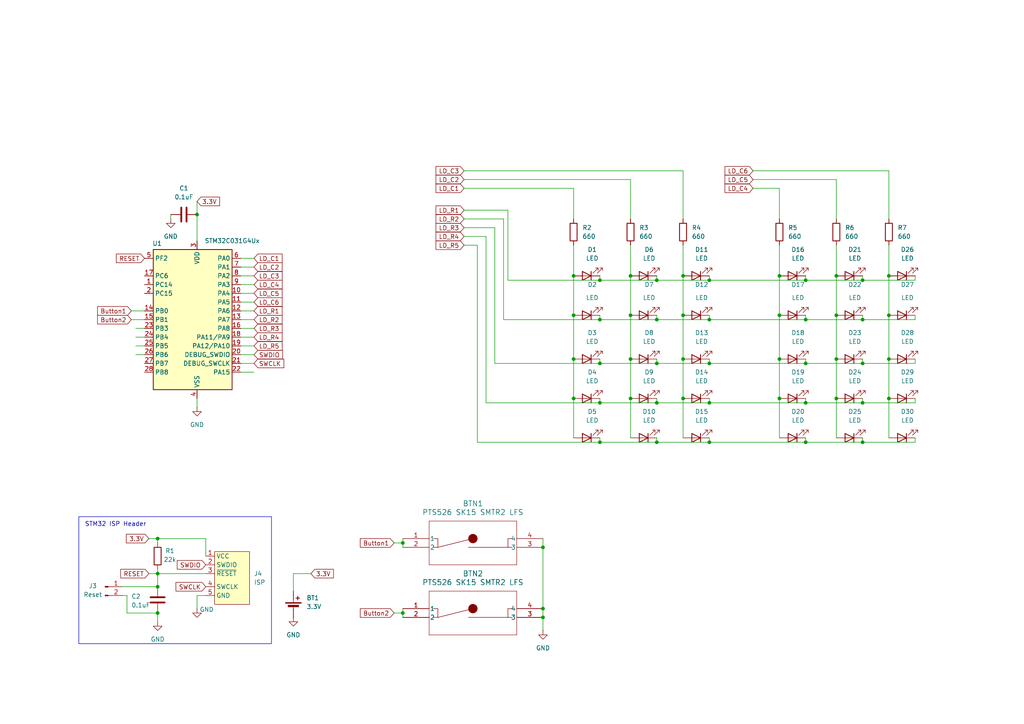
<source format=kicad_sch>
(kicad_sch
	(version 20231120)
	(generator "eeschema")
	(generator_version "8.0")
	(uuid "78567386-b957-42f6-81a4-644d88b832ae")
	(paper "A4")
	(lib_symbols
		(symbol "Connector:Conn_01x02_Pin"
			(pin_names
				(offset 1.016) hide)
			(exclude_from_sim no)
			(in_bom yes)
			(on_board yes)
			(property "Reference" "J"
				(at 0 2.54 0)
				(effects
					(font
						(size 1.27 1.27)
					)
				)
			)
			(property "Value" "Conn_01x02_Pin"
				(at 0 -5.08 0)
				(effects
					(font
						(size 1.27 1.27)
					)
				)
			)
			(property "Footprint" ""
				(at 0 0 0)
				(effects
					(font
						(size 1.27 1.27)
					)
					(hide yes)
				)
			)
			(property "Datasheet" "~"
				(at 0 0 0)
				(effects
					(font
						(size 1.27 1.27)
					)
					(hide yes)
				)
			)
			(property "Description" "Generic connector, single row, 01x02, script generated"
				(at 0 0 0)
				(effects
					(font
						(size 1.27 1.27)
					)
					(hide yes)
				)
			)
			(property "ki_locked" ""
				(at 0 0 0)
				(effects
					(font
						(size 1.27 1.27)
					)
				)
			)
			(property "ki_keywords" "connector"
				(at 0 0 0)
				(effects
					(font
						(size 1.27 1.27)
					)
					(hide yes)
				)
			)
			(property "ki_fp_filters" "Connector*:*_1x??_*"
				(at 0 0 0)
				(effects
					(font
						(size 1.27 1.27)
					)
					(hide yes)
				)
			)
			(symbol "Conn_01x02_Pin_1_1"
				(polyline
					(pts
						(xy 1.27 -2.54) (xy 0.8636 -2.54)
					)
					(stroke
						(width 0.1524)
						(type default)
					)
					(fill
						(type none)
					)
				)
				(polyline
					(pts
						(xy 1.27 0) (xy 0.8636 0)
					)
					(stroke
						(width 0.1524)
						(type default)
					)
					(fill
						(type none)
					)
				)
				(rectangle
					(start 0.8636 -2.413)
					(end 0 -2.667)
					(stroke
						(width 0.1524)
						(type default)
					)
					(fill
						(type outline)
					)
				)
				(rectangle
					(start 0.8636 0.127)
					(end 0 -0.127)
					(stroke
						(width 0.1524)
						(type default)
					)
					(fill
						(type outline)
					)
				)
				(pin passive line
					(at 5.08 0 180)
					(length 3.81)
					(name "Pin_1"
						(effects
							(font
								(size 1.27 1.27)
							)
						)
					)
					(number "1"
						(effects
							(font
								(size 1.27 1.27)
							)
						)
					)
				)
				(pin passive line
					(at 5.08 -2.54 180)
					(length 3.81)
					(name "Pin_2"
						(effects
							(font
								(size 1.27 1.27)
							)
						)
					)
					(number "2"
						(effects
							(font
								(size 1.27 1.27)
							)
						)
					)
				)
			)
		)
		(symbol "Connector:Conn_ARM_SWD_TagConnect_TC2030-NL"
			(exclude_from_sim no)
			(in_bom no)
			(on_board yes)
			(property "Reference" "J4"
				(at -6.35 -1.2701 0)
				(effects
					(font
						(size 1.27 1.27)
					)
					(justify right)
				)
			)
			(property "Value" "ISP"
				(at -6.35 1.2699 0)
				(effects
					(font
						(size 1.27 1.27)
					)
					(justify right)
				)
			)
			(property "Footprint" "Connector_PinHeader_1.00mm:PinHeader_1x05_P1.00mm_Vertical_SMD_Pin1Left"
				(at 0 -17.78 0)
				(effects
					(font
						(size 1.27 1.27)
					)
					(hide yes)
				)
			)
			(property "Datasheet" "https://www.tag-connect.com/wp-content/uploads/bsk-pdf-manager/TC2030-CTX_1.pdf"
				(at 0 -15.24 0)
				(effects
					(font
						(size 1.27 1.27)
					)
					(hide yes)
				)
			)
			(property "Description" "Tag-Connect ARM Cortex SWD JTAG connector, 6 pin, no legs"
				(at -24.638 -12.954 90)
				(effects
					(font
						(size 1.27 1.27)
					)
					(hide yes)
				)
			)
			(property "ki_keywords" "Cortex Debug Connector ARM SWD JTAG"
				(at 0 0 0)
				(effects
					(font
						(size 1.27 1.27)
					)
					(hide yes)
				)
			)
			(property "ki_fp_filters" "*TC2030*"
				(at 0 0 0)
				(effects
					(font
						(size 1.27 1.27)
					)
					(hide yes)
				)
			)
			(symbol "Conn_ARM_SWD_TagConnect_TC2030-NL_0_0"
				(pin power_in line
					(at 7.62 -6.35 180)
					(length 2.54)
					(name "VCC"
						(effects
							(font
								(size 1.27 1.27)
							)
						)
					)
					(number "1"
						(effects
							(font
								(size 1.27 1.27)
							)
						)
					)
				)
				(pin bidirectional line
					(at 7.62 -3.81 180)
					(length 2.54)
					(name "SWDIO"
						(effects
							(font
								(size 1.27 1.27)
							)
						)
					)
					(number "2"
						(effects
							(font
								(size 1.27 1.27)
							)
						)
					)
					(alternate "TMS" bidirectional line)
				)
				(pin open_collector line
					(at 7.62 -1.27 180)
					(length 2.54)
					(name "~{RESET}"
						(effects
							(font
								(size 1.27 1.27)
							)
						)
					)
					(number "3"
						(effects
							(font
								(size 1.27 1.27)
							)
						)
					)
				)
				(pin output line
					(at 7.62 2.54 180)
					(length 2.54)
					(name "SWCLK"
						(effects
							(font
								(size 1.27 1.27)
							)
						)
					)
					(number "4"
						(effects
							(font
								(size 1.27 1.27)
							)
						)
					)
					(alternate "TCK" output line)
				)
				(pin power_in line
					(at 7.62 5.08 180)
					(length 2.54)
					(name "GND"
						(effects
							(font
								(size 1.27 1.27)
							)
						)
					)
					(number "5"
						(effects
							(font
								(size 1.27 1.27)
							)
						)
					)
				)
			)
			(symbol "Conn_ARM_SWD_TagConnect_TC2030-NL_0_1"
				(rectangle
					(start -5.08 7.62)
					(end 5.08 -7.62)
					(stroke
						(width 0)
						(type default)
					)
					(fill
						(type background)
					)
				)
			)
		)
		(symbol "Device:Battery_Cell"
			(pin_numbers hide)
			(pin_names
				(offset 0) hide)
			(exclude_from_sim no)
			(in_bom yes)
			(on_board yes)
			(property "Reference" "BT"
				(at 2.54 2.54 0)
				(effects
					(font
						(size 1.27 1.27)
					)
					(justify left)
				)
			)
			(property "Value" "Battery_Cell"
				(at 2.54 0 0)
				(effects
					(font
						(size 1.27 1.27)
					)
					(justify left)
				)
			)
			(property "Footprint" ""
				(at 0 1.524 90)
				(effects
					(font
						(size 1.27 1.27)
					)
					(hide yes)
				)
			)
			(property "Datasheet" "~"
				(at 0 1.524 90)
				(effects
					(font
						(size 1.27 1.27)
					)
					(hide yes)
				)
			)
			(property "Description" "Single-cell battery"
				(at 0 0 0)
				(effects
					(font
						(size 1.27 1.27)
					)
					(hide yes)
				)
			)
			(property "ki_keywords" "battery cell"
				(at 0 0 0)
				(effects
					(font
						(size 1.27 1.27)
					)
					(hide yes)
				)
			)
			(symbol "Battery_Cell_0_1"
				(rectangle
					(start -2.286 1.778)
					(end 2.286 1.524)
					(stroke
						(width 0)
						(type default)
					)
					(fill
						(type outline)
					)
				)
				(rectangle
					(start -1.524 1.016)
					(end 1.524 0.508)
					(stroke
						(width 0)
						(type default)
					)
					(fill
						(type outline)
					)
				)
				(polyline
					(pts
						(xy 0 0.762) (xy 0 0)
					)
					(stroke
						(width 0)
						(type default)
					)
					(fill
						(type none)
					)
				)
				(polyline
					(pts
						(xy 0 1.778) (xy 0 2.54)
					)
					(stroke
						(width 0)
						(type default)
					)
					(fill
						(type none)
					)
				)
				(polyline
					(pts
						(xy 0.762 3.048) (xy 1.778 3.048)
					)
					(stroke
						(width 0.254)
						(type default)
					)
					(fill
						(type none)
					)
				)
				(polyline
					(pts
						(xy 1.27 3.556) (xy 1.27 2.54)
					)
					(stroke
						(width 0.254)
						(type default)
					)
					(fill
						(type none)
					)
				)
			)
			(symbol "Battery_Cell_1_1"
				(pin passive line
					(at 0 5.08 270)
					(length 2.54)
					(name "+"
						(effects
							(font
								(size 1.27 1.27)
							)
						)
					)
					(number "1"
						(effects
							(font
								(size 1.27 1.27)
							)
						)
					)
				)
				(pin passive line
					(at 0 -2.54 90)
					(length 2.54)
					(name "-"
						(effects
							(font
								(size 1.27 1.27)
							)
						)
					)
					(number "2"
						(effects
							(font
								(size 1.27 1.27)
							)
						)
					)
				)
			)
		)
		(symbol "Device:C"
			(pin_numbers hide)
			(pin_names
				(offset 0.254)
			)
			(exclude_from_sim no)
			(in_bom yes)
			(on_board yes)
			(property "Reference" "C"
				(at 0.635 2.54 0)
				(effects
					(font
						(size 1.27 1.27)
					)
					(justify left)
				)
			)
			(property "Value" "C"
				(at 0.635 -2.54 0)
				(effects
					(font
						(size 1.27 1.27)
					)
					(justify left)
				)
			)
			(property "Footprint" ""
				(at 0.9652 -3.81 0)
				(effects
					(font
						(size 1.27 1.27)
					)
					(hide yes)
				)
			)
			(property "Datasheet" "~"
				(at 0 0 0)
				(effects
					(font
						(size 1.27 1.27)
					)
					(hide yes)
				)
			)
			(property "Description" "Unpolarized capacitor"
				(at 0 0 0)
				(effects
					(font
						(size 1.27 1.27)
					)
					(hide yes)
				)
			)
			(property "ki_keywords" "cap capacitor"
				(at 0 0 0)
				(effects
					(font
						(size 1.27 1.27)
					)
					(hide yes)
				)
			)
			(property "ki_fp_filters" "C_*"
				(at 0 0 0)
				(effects
					(font
						(size 1.27 1.27)
					)
					(hide yes)
				)
			)
			(symbol "C_0_1"
				(polyline
					(pts
						(xy -2.032 -0.762) (xy 2.032 -0.762)
					)
					(stroke
						(width 0.508)
						(type default)
					)
					(fill
						(type none)
					)
				)
				(polyline
					(pts
						(xy -2.032 0.762) (xy 2.032 0.762)
					)
					(stroke
						(width 0.508)
						(type default)
					)
					(fill
						(type none)
					)
				)
			)
			(symbol "C_1_1"
				(pin passive line
					(at 0 3.81 270)
					(length 2.794)
					(name "~"
						(effects
							(font
								(size 1.27 1.27)
							)
						)
					)
					(number "1"
						(effects
							(font
								(size 1.27 1.27)
							)
						)
					)
				)
				(pin passive line
					(at 0 -3.81 90)
					(length 2.794)
					(name "~"
						(effects
							(font
								(size 1.27 1.27)
							)
						)
					)
					(number "2"
						(effects
							(font
								(size 1.27 1.27)
							)
						)
					)
				)
			)
		)
		(symbol "Device:LED"
			(pin_numbers hide)
			(pin_names
				(offset 1.016) hide)
			(exclude_from_sim no)
			(in_bom yes)
			(on_board yes)
			(property "Reference" "D"
				(at 0 2.54 0)
				(effects
					(font
						(size 1.27 1.27)
					)
				)
			)
			(property "Value" "LED"
				(at 0 -2.54 0)
				(effects
					(font
						(size 1.27 1.27)
					)
				)
			)
			(property "Footprint" ""
				(at 0 0 0)
				(effects
					(font
						(size 1.27 1.27)
					)
					(hide yes)
				)
			)
			(property "Datasheet" "~"
				(at 0 0 0)
				(effects
					(font
						(size 1.27 1.27)
					)
					(hide yes)
				)
			)
			(property "Description" "Light emitting diode"
				(at 0 0 0)
				(effects
					(font
						(size 1.27 1.27)
					)
					(hide yes)
				)
			)
			(property "ki_keywords" "LED diode"
				(at 0 0 0)
				(effects
					(font
						(size 1.27 1.27)
					)
					(hide yes)
				)
			)
			(property "ki_fp_filters" "LED* LED_SMD:* LED_THT:*"
				(at 0 0 0)
				(effects
					(font
						(size 1.27 1.27)
					)
					(hide yes)
				)
			)
			(symbol "LED_0_1"
				(polyline
					(pts
						(xy -1.27 -1.27) (xy -1.27 1.27)
					)
					(stroke
						(width 0.254)
						(type default)
					)
					(fill
						(type none)
					)
				)
				(polyline
					(pts
						(xy -1.27 0) (xy 1.27 0)
					)
					(stroke
						(width 0)
						(type default)
					)
					(fill
						(type none)
					)
				)
				(polyline
					(pts
						(xy 1.27 -1.27) (xy 1.27 1.27) (xy -1.27 0) (xy 1.27 -1.27)
					)
					(stroke
						(width 0.254)
						(type default)
					)
					(fill
						(type none)
					)
				)
				(polyline
					(pts
						(xy -3.048 -0.762) (xy -4.572 -2.286) (xy -3.81 -2.286) (xy -4.572 -2.286) (xy -4.572 -1.524)
					)
					(stroke
						(width 0)
						(type default)
					)
					(fill
						(type none)
					)
				)
				(polyline
					(pts
						(xy -1.778 -0.762) (xy -3.302 -2.286) (xy -2.54 -2.286) (xy -3.302 -2.286) (xy -3.302 -1.524)
					)
					(stroke
						(width 0)
						(type default)
					)
					(fill
						(type none)
					)
				)
			)
			(symbol "LED_1_1"
				(pin passive line
					(at -3.81 0 0)
					(length 2.54)
					(name "K"
						(effects
							(font
								(size 1.27 1.27)
							)
						)
					)
					(number "1"
						(effects
							(font
								(size 1.27 1.27)
							)
						)
					)
				)
				(pin passive line
					(at 3.81 0 180)
					(length 2.54)
					(name "A"
						(effects
							(font
								(size 1.27 1.27)
							)
						)
					)
					(number "2"
						(effects
							(font
								(size 1.27 1.27)
							)
						)
					)
				)
			)
		)
		(symbol "Device:R"
			(pin_numbers hide)
			(pin_names
				(offset 0)
			)
			(exclude_from_sim no)
			(in_bom yes)
			(on_board yes)
			(property "Reference" "R"
				(at 2.032 0 90)
				(effects
					(font
						(size 1.27 1.27)
					)
				)
			)
			(property "Value" "R"
				(at 0 0 90)
				(effects
					(font
						(size 1.27 1.27)
					)
				)
			)
			(property "Footprint" ""
				(at -1.778 0 90)
				(effects
					(font
						(size 1.27 1.27)
					)
					(hide yes)
				)
			)
			(property "Datasheet" "~"
				(at 0 0 0)
				(effects
					(font
						(size 1.27 1.27)
					)
					(hide yes)
				)
			)
			(property "Description" "Resistor"
				(at 0 0 0)
				(effects
					(font
						(size 1.27 1.27)
					)
					(hide yes)
				)
			)
			(property "ki_keywords" "R res resistor"
				(at 0 0 0)
				(effects
					(font
						(size 1.27 1.27)
					)
					(hide yes)
				)
			)
			(property "ki_fp_filters" "R_*"
				(at 0 0 0)
				(effects
					(font
						(size 1.27 1.27)
					)
					(hide yes)
				)
			)
			(symbol "R_0_1"
				(rectangle
					(start -1.016 -2.54)
					(end 1.016 2.54)
					(stroke
						(width 0.254)
						(type default)
					)
					(fill
						(type none)
					)
				)
			)
			(symbol "R_1_1"
				(pin passive line
					(at 0 3.81 270)
					(length 1.27)
					(name "~"
						(effects
							(font
								(size 1.27 1.27)
							)
						)
					)
					(number "1"
						(effects
							(font
								(size 1.27 1.27)
							)
						)
					)
				)
				(pin passive line
					(at 0 -3.81 90)
					(length 1.27)
					(name "~"
						(effects
							(font
								(size 1.27 1.27)
							)
						)
					)
					(number "2"
						(effects
							(font
								(size 1.27 1.27)
							)
						)
					)
				)
			)
		)
		(symbol "MCU_ST_STM32C0:STM32C031G4Ux"
			(exclude_from_sim no)
			(in_bom yes)
			(on_board yes)
			(property "Reference" "U"
				(at -10.16 21.59 0)
				(effects
					(font
						(size 1.27 1.27)
					)
					(justify left)
				)
			)
			(property "Value" "STM32C031G4Ux"
				(at 5.08 21.59 0)
				(effects
					(font
						(size 1.27 1.27)
					)
					(justify left)
				)
			)
			(property "Footprint" "Package_DFN_QFN:QFN-28_4x4mm_P0.5mm"
				(at -10.16 -20.32 0)
				(effects
					(font
						(size 1.27 1.27)
					)
					(justify right)
					(hide yes)
				)
			)
			(property "Datasheet" "https://www.st.com/resource/en/datasheet/stm32c031g4.pdf"
				(at 0 0 0)
				(effects
					(font
						(size 1.27 1.27)
					)
					(hide yes)
				)
			)
			(property "Description" "STMicroelectronics Arm Cortex-M0+ MCU, 16KB flash, 12KB RAM, 48 MHz, 2.0-3.6V, 26 GPIO, UFQFPN28"
				(at 0 0 0)
				(effects
					(font
						(size 1.27 1.27)
					)
					(hide yes)
				)
			)
			(property "ki_locked" ""
				(at 0 0 0)
				(effects
					(font
						(size 1.27 1.27)
					)
				)
			)
			(property "ki_keywords" "Arm Cortex-M0+ STM32C0 STM32C0x1"
				(at 0 0 0)
				(effects
					(font
						(size 1.27 1.27)
					)
					(hide yes)
				)
			)
			(property "ki_fp_filters" "QFN*4x4mm*P0.5mm*"
				(at 0 0 0)
				(effects
					(font
						(size 1.27 1.27)
					)
					(hide yes)
				)
			)
			(symbol "STM32C031G4Ux_0_1"
				(rectangle
					(start -10.16 -20.32)
					(end 12.7 20.32)
					(stroke
						(width 0.254)
						(type default)
					)
					(fill
						(type background)
					)
				)
			)
			(symbol "STM32C031G4Ux_1_1"
				(pin bidirectional line
					(at -12.7 10.16 0)
					(length 2.54)
					(name "PC14"
						(effects
							(font
								(size 1.27 1.27)
							)
						)
					)
					(number "1"
						(effects
							(font
								(size 1.27 1.27)
							)
						)
					)
					(alternate "I2C1_SDA" bidirectional line)
					(alternate "IR_OUT" bidirectional line)
					(alternate "RCC_OSCX_IN" bidirectional line)
					(alternate "TIM17_CH1" bidirectional line)
					(alternate "TIM1_BKIN2" bidirectional line)
					(alternate "TIM1_ETR" bidirectional line)
					(alternate "TIM3_CH2" bidirectional line)
					(alternate "USART1_TX" bidirectional line)
					(alternate "USART2_CK" bidirectional line)
					(alternate "USART2_DE" bidirectional line)
					(alternate "USART2_RTS" bidirectional line)
				)
				(pin bidirectional line
					(at 15.24 7.62 180)
					(length 2.54)
					(name "PA4"
						(effects
							(font
								(size 1.27 1.27)
							)
						)
					)
					(number "10"
						(effects
							(font
								(size 1.27 1.27)
							)
						)
					)
					(alternate "ADC1_IN4" bidirectional line)
					(alternate "I2S1_WS" bidirectional line)
					(alternate "PWR_WKUP2" bidirectional line)
					(alternate "RTC_OUT1" bidirectional line)
					(alternate "RTC_TS" bidirectional line)
					(alternate "SPI1_NSS" bidirectional line)
					(alternate "TIM14_CH1" bidirectional line)
					(alternate "TIM17_CH1N" bidirectional line)
					(alternate "TIM1_CH2N" bidirectional line)
					(alternate "USART2_TX" bidirectional line)
				)
				(pin bidirectional line
					(at 15.24 5.08 180)
					(length 2.54)
					(name "PA5"
						(effects
							(font
								(size 1.27 1.27)
							)
						)
					)
					(number "11"
						(effects
							(font
								(size 1.27 1.27)
							)
						)
					)
					(alternate "ADC1_IN5" bidirectional line)
					(alternate "I2S1_CK" bidirectional line)
					(alternate "SPI1_SCK" bidirectional line)
					(alternate "TIM1_CH1" bidirectional line)
					(alternate "TIM1_CH3N" bidirectional line)
					(alternate "USART2_RX" bidirectional line)
				)
				(pin bidirectional line
					(at 15.24 2.54 180)
					(length 2.54)
					(name "PA6"
						(effects
							(font
								(size 1.27 1.27)
							)
						)
					)
					(number "12"
						(effects
							(font
								(size 1.27 1.27)
							)
						)
					)
					(alternate "ADC1_IN6" bidirectional line)
					(alternate "I2S1_MCK" bidirectional line)
					(alternate "SPI1_MISO" bidirectional line)
					(alternate "TIM16_CH1" bidirectional line)
					(alternate "TIM1_BKIN" bidirectional line)
					(alternate "TIM3_CH1" bidirectional line)
				)
				(pin bidirectional line
					(at 15.24 0 180)
					(length 2.54)
					(name "PA7"
						(effects
							(font
								(size 1.27 1.27)
							)
						)
					)
					(number "13"
						(effects
							(font
								(size 1.27 1.27)
							)
						)
					)
					(alternate "ADC1_IN7" bidirectional line)
					(alternate "I2S1_SD" bidirectional line)
					(alternate "SPI1_MOSI" bidirectional line)
					(alternate "TIM14_CH1" bidirectional line)
					(alternate "TIM17_CH1" bidirectional line)
					(alternate "TIM1_CH1N" bidirectional line)
					(alternate "TIM3_CH2" bidirectional line)
				)
				(pin bidirectional line
					(at -12.7 2.54 0)
					(length 2.54)
					(name "PB0"
						(effects
							(font
								(size 1.27 1.27)
							)
						)
					)
					(number "14"
						(effects
							(font
								(size 1.27 1.27)
							)
						)
					)
					(alternate "ADC1_IN17" bidirectional line)
					(alternate "I2S1_WS" bidirectional line)
					(alternate "SPI1_NSS" bidirectional line)
					(alternate "TIM1_CH2N" bidirectional line)
					(alternate "TIM3_CH3" bidirectional line)
				)
				(pin bidirectional line
					(at -12.7 0 0)
					(length 2.54)
					(name "PB1"
						(effects
							(font
								(size 1.27 1.27)
							)
						)
					)
					(number "15"
						(effects
							(font
								(size 1.27 1.27)
							)
						)
					)
					(alternate "ADC1_IN18" bidirectional line)
					(alternate "TIM14_CH1" bidirectional line)
					(alternate "TIM1_CH2N" bidirectional line)
					(alternate "TIM1_CH3N" bidirectional line)
					(alternate "TIM3_CH4" bidirectional line)
				)
				(pin bidirectional line
					(at 15.24 -2.54 180)
					(length 2.54)
					(name "PA8"
						(effects
							(font
								(size 1.27 1.27)
							)
						)
					)
					(number "16"
						(effects
							(font
								(size 1.27 1.27)
							)
						)
					)
					(alternate "ADC1_IN8" bidirectional line)
					(alternate "I2S1_WS" bidirectional line)
					(alternate "RCC_MCO" bidirectional line)
					(alternate "RCC_MCO_2" bidirectional line)
					(alternate "SPI1_NSS" bidirectional line)
					(alternate "TIM14_CH1" bidirectional line)
					(alternate "TIM1_CH1" bidirectional line)
					(alternate "TIM1_CH2N" bidirectional line)
					(alternate "TIM1_CH3N" bidirectional line)
					(alternate "TIM3_CH3" bidirectional line)
					(alternate "TIM3_CH4" bidirectional line)
					(alternate "USART1_RX" bidirectional line)
					(alternate "USART2_TX" bidirectional line)
				)
				(pin bidirectional line
					(at -12.7 12.7 0)
					(length 2.54)
					(name "PC6"
						(effects
							(font
								(size 1.27 1.27)
							)
						)
					)
					(number "17"
						(effects
							(font
								(size 1.27 1.27)
							)
						)
					)
					(alternate "TIM3_CH1" bidirectional line)
				)
				(pin bidirectional line
					(at 15.24 -5.08 180)
					(length 2.54)
					(name "PA11/PA9"
						(effects
							(font
								(size 1.27 1.27)
							)
						)
					)
					(number "18"
						(effects
							(font
								(size 1.27 1.27)
							)
						)
					)
					(alternate "ADC1_EXTI11" bidirectional line)
					(alternate "ADC1_IN11" bidirectional line)
					(alternate "I2S1_MCK" bidirectional line)
					(alternate "SPI1_MISO" bidirectional line)
					(alternate "TIM1_BKIN2" bidirectional line)
					(alternate "TIM1_CH4" bidirectional line)
					(alternate "USART1_CTS" bidirectional line)
					(alternate "USART1_NSS" bidirectional line)
				)
				(pin bidirectional line
					(at 15.24 -7.62 180)
					(length 2.54)
					(name "PA12/PA10"
						(effects
							(font
								(size 1.27 1.27)
							)
						)
					)
					(number "19"
						(effects
							(font
								(size 1.27 1.27)
							)
						)
					)
					(alternate "ADC1_IN12" bidirectional line)
					(alternate "I2S1_SD" bidirectional line)
					(alternate "I2S_CKIN" bidirectional line)
					(alternate "SPI1_MOSI" bidirectional line)
					(alternate "TIM1_ETR" bidirectional line)
					(alternate "USART1_CK" bidirectional line)
					(alternate "USART1_DE" bidirectional line)
					(alternate "USART1_RTS" bidirectional line)
				)
				(pin bidirectional line
					(at -12.7 7.62 0)
					(length 2.54)
					(name "PC15"
						(effects
							(font
								(size 1.27 1.27)
							)
						)
					)
					(number "2"
						(effects
							(font
								(size 1.27 1.27)
							)
						)
					)
					(alternate "RCC_OSC32_EN" bidirectional line)
					(alternate "RCC_OSCX_OUT" bidirectional line)
					(alternate "RCC_OSC_EN" bidirectional line)
					(alternate "TIM1_ETR" bidirectional line)
					(alternate "TIM3_CH3" bidirectional line)
				)
				(pin bidirectional line
					(at 15.24 -10.16 180)
					(length 2.54)
					(name "PA13"
						(effects
							(font
								(size 1.27 1.27)
							)
						)
					)
					(number "20"
						(effects
							(font
								(size 1.27 1.27)
							)
						)
					)
					(alternate "ADC1_IN13" bidirectional line)
					(alternate "DEBUG_SWDIO" bidirectional line)
					(alternate "IR_OUT" bidirectional line)
					(alternate "TIM3_ETR" bidirectional line)
					(alternate "USART2_RX" bidirectional line)
				)
				(pin bidirectional line
					(at 15.24 -12.7 180)
					(length 2.54)
					(name "PA14"
						(effects
							(font
								(size 1.27 1.27)
							)
						)
					)
					(number "21"
						(effects
							(font
								(size 1.27 1.27)
							)
						)
					)
					(alternate "ADC1_IN14" bidirectional line)
					(alternate "DEBUG_SWCLK" bidirectional line)
					(alternate "I2S1_WS" bidirectional line)
					(alternate "RCC_MCO_2" bidirectional line)
					(alternate "SPI1_NSS" bidirectional line)
					(alternate "TIM1_CH1" bidirectional line)
					(alternate "USART1_CK" bidirectional line)
					(alternate "USART1_DE" bidirectional line)
					(alternate "USART1_RTS" bidirectional line)
					(alternate "USART2_RX" bidirectional line)
					(alternate "USART2_TX" bidirectional line)
				)
				(pin bidirectional line
					(at 15.24 -15.24 180)
					(length 2.54)
					(name "PA15"
						(effects
							(font
								(size 1.27 1.27)
							)
						)
					)
					(number "22"
						(effects
							(font
								(size 1.27 1.27)
							)
						)
					)
					(alternate "I2S1_WS" bidirectional line)
					(alternate "RCC_MCO_2" bidirectional line)
					(alternate "SPI1_NSS" bidirectional line)
					(alternate "TIM1_CH1" bidirectional line)
					(alternate "USART1_CK" bidirectional line)
					(alternate "USART1_DE" bidirectional line)
					(alternate "USART1_RTS" bidirectional line)
					(alternate "USART2_RX" bidirectional line)
				)
				(pin bidirectional line
					(at -12.7 -2.54 0)
					(length 2.54)
					(name "PB3"
						(effects
							(font
								(size 1.27 1.27)
							)
						)
					)
					(number "23"
						(effects
							(font
								(size 1.27 1.27)
							)
						)
					)
					(alternate "I2S1_CK" bidirectional line)
					(alternate "SPI1_SCK" bidirectional line)
					(alternate "TIM1_CH2" bidirectional line)
					(alternate "TIM3_CH2" bidirectional line)
					(alternate "USART1_CK" bidirectional line)
					(alternate "USART1_DE" bidirectional line)
					(alternate "USART1_RTS" bidirectional line)
				)
				(pin bidirectional line
					(at -12.7 -5.08 0)
					(length 2.54)
					(name "PB4"
						(effects
							(font
								(size 1.27 1.27)
							)
						)
					)
					(number "24"
						(effects
							(font
								(size 1.27 1.27)
							)
						)
					)
					(alternate "I2S1_MCK" bidirectional line)
					(alternate "SPI1_MISO" bidirectional line)
					(alternate "TIM17_BKIN" bidirectional line)
					(alternate "TIM3_CH1" bidirectional line)
					(alternate "USART1_CTS" bidirectional line)
					(alternate "USART1_NSS" bidirectional line)
				)
				(pin bidirectional line
					(at -12.7 -7.62 0)
					(length 2.54)
					(name "PB5"
						(effects
							(font
								(size 1.27 1.27)
							)
						)
					)
					(number "25"
						(effects
							(font
								(size 1.27 1.27)
							)
						)
					)
					(alternate "I2C1_SMBA" bidirectional line)
					(alternate "I2S1_SD" bidirectional line)
					(alternate "PWR_WKUP6" bidirectional line)
					(alternate "SPI1_MOSI" bidirectional line)
					(alternate "TIM16_BKIN" bidirectional line)
					(alternate "TIM3_CH2" bidirectional line)
					(alternate "TIM3_CH3" bidirectional line)
				)
				(pin bidirectional line
					(at -12.7 -10.16 0)
					(length 2.54)
					(name "PB6"
						(effects
							(font
								(size 1.27 1.27)
							)
						)
					)
					(number "26"
						(effects
							(font
								(size 1.27 1.27)
							)
						)
					)
					(alternate "I2C1_SCL" bidirectional line)
					(alternate "I2C1_SMBA" bidirectional line)
					(alternate "I2S1_CK" bidirectional line)
					(alternate "I2S1_MCK" bidirectional line)
					(alternate "I2S1_SD" bidirectional line)
					(alternate "PWR_WKUP3" bidirectional line)
					(alternate "SPI1_MISO" bidirectional line)
					(alternate "SPI1_MOSI" bidirectional line)
					(alternate "SPI1_SCK" bidirectional line)
					(alternate "TIM16_BKIN" bidirectional line)
					(alternate "TIM16_CH1N" bidirectional line)
					(alternate "TIM17_BKIN" bidirectional line)
					(alternate "TIM1_CH2" bidirectional line)
					(alternate "TIM1_CH3" bidirectional line)
					(alternate "TIM3_CH1" bidirectional line)
					(alternate "TIM3_CH2" bidirectional line)
					(alternate "TIM3_CH3" bidirectional line)
					(alternate "USART1_CK" bidirectional line)
					(alternate "USART1_CTS" bidirectional line)
					(alternate "USART1_DE" bidirectional line)
					(alternate "USART1_NSS" bidirectional line)
					(alternate "USART1_RTS" bidirectional line)
					(alternate "USART1_TX" bidirectional line)
				)
				(pin bidirectional line
					(at -12.7 -12.7 0)
					(length 2.54)
					(name "PB7"
						(effects
							(font
								(size 1.27 1.27)
							)
						)
					)
					(number "27"
						(effects
							(font
								(size 1.27 1.27)
							)
						)
					)
					(alternate "I2C1_SCL" bidirectional line)
					(alternate "I2C1_SDA" bidirectional line)
					(alternate "RTC_REFIN" bidirectional line)
					(alternate "TIM16_CH1" bidirectional line)
					(alternate "TIM17_CH1N" bidirectional line)
					(alternate "TIM1_CH4" bidirectional line)
					(alternate "TIM3_CH1" bidirectional line)
					(alternate "TIM3_CH4" bidirectional line)
					(alternate "USART1_RX" bidirectional line)
					(alternate "USART2_CTS" bidirectional line)
					(alternate "USART2_NSS" bidirectional line)
				)
				(pin bidirectional line
					(at -12.7 -15.24 0)
					(length 2.54)
					(name "PB8"
						(effects
							(font
								(size 1.27 1.27)
							)
						)
					)
					(number "28"
						(effects
							(font
								(size 1.27 1.27)
							)
						)
					)
					(alternate "I2C1_SCL" bidirectional line)
					(alternate "TIM16_CH1" bidirectional line)
					(alternate "TIM3_CH1" bidirectional line)
					(alternate "USART2_CTS" bidirectional line)
					(alternate "USART2_NSS" bidirectional line)
				)
				(pin power_in line
					(at 2.54 22.86 270)
					(length 2.54)
					(name "VDD"
						(effects
							(font
								(size 1.27 1.27)
							)
						)
					)
					(number "3"
						(effects
							(font
								(size 1.27 1.27)
							)
						)
					)
				)
				(pin power_in line
					(at 2.54 -22.86 90)
					(length 2.54)
					(name "VSS"
						(effects
							(font
								(size 1.27 1.27)
							)
						)
					)
					(number "4"
						(effects
							(font
								(size 1.27 1.27)
							)
						)
					)
				)
				(pin bidirectional line
					(at -12.7 17.78 0)
					(length 2.54)
					(name "PF2"
						(effects
							(font
								(size 1.27 1.27)
							)
						)
					)
					(number "5"
						(effects
							(font
								(size 1.27 1.27)
							)
						)
					)
					(alternate "" input line)
					(alternate "RCC_MCO" bidirectional line)
					(alternate "" input line)
					(alternate "TIM1_CH4" bidirectional line)
				)
				(pin bidirectional line
					(at 15.24 17.78 180)
					(length 2.54)
					(name "PA0"
						(effects
							(font
								(size 1.27 1.27)
							)
						)
					)
					(number "6"
						(effects
							(font
								(size 1.27 1.27)
							)
						)
					)
					(alternate "ADC1_IN0" bidirectional line)
					(alternate "PWR_WKUP1" bidirectional line)
					(alternate "TIM16_CH1" bidirectional line)
					(alternate "TIM1_CH1" bidirectional line)
					(alternate "USART1_TX" bidirectional line)
					(alternate "USART2_CTS" bidirectional line)
					(alternate "USART2_NSS" bidirectional line)
				)
				(pin bidirectional line
					(at 15.24 15.24 180)
					(length 2.54)
					(name "PA1"
						(effects
							(font
								(size 1.27 1.27)
							)
						)
					)
					(number "7"
						(effects
							(font
								(size 1.27 1.27)
							)
						)
					)
					(alternate "ADC1_IN1" bidirectional line)
					(alternate "I2C1_SMBA" bidirectional line)
					(alternate "I2S1_CK" bidirectional line)
					(alternate "SPI1_SCK" bidirectional line)
					(alternate "TIM17_CH1" bidirectional line)
					(alternate "TIM1_CH2" bidirectional line)
					(alternate "USART1_RX" bidirectional line)
					(alternate "USART2_CK" bidirectional line)
					(alternate "USART2_DE" bidirectional line)
					(alternate "USART2_RTS" bidirectional line)
				)
				(pin bidirectional line
					(at 15.24 12.7 180)
					(length 2.54)
					(name "PA2"
						(effects
							(font
								(size 1.27 1.27)
							)
						)
					)
					(number "8"
						(effects
							(font
								(size 1.27 1.27)
							)
						)
					)
					(alternate "ADC1_IN2" bidirectional line)
					(alternate "I2S1_SD" bidirectional line)
					(alternate "PWR_WKUP4" bidirectional line)
					(alternate "RCC_LSCO" bidirectional line)
					(alternate "SPI1_MOSI" bidirectional line)
					(alternate "TIM16_CH1N" bidirectional line)
					(alternate "TIM1_CH3" bidirectional line)
					(alternate "TIM3_ETR" bidirectional line)
					(alternate "USART2_TX" bidirectional line)
				)
				(pin bidirectional line
					(at 15.24 10.16 180)
					(length 2.54)
					(name "PA3"
						(effects
							(font
								(size 1.27 1.27)
							)
						)
					)
					(number "9"
						(effects
							(font
								(size 1.27 1.27)
							)
						)
					)
					(alternate "ADC1_IN3" bidirectional line)
					(alternate "TIM1_CH1N" bidirectional line)
					(alternate "TIM1_CH4" bidirectional line)
					(alternate "USART2_RX" bidirectional line)
				)
			)
		)
		(symbol "SWITCH TACTILE SPST-NO 0.05A 12V:PTS526_SK15_SMTR2_LFS"
			(pin_names
				(offset 0.254)
			)
			(exclude_from_sim no)
			(in_bom yes)
			(on_board yes)
			(property "Reference" "BTN"
				(at 20.32 10.16 0)
				(effects
					(font
						(size 1.524 1.524)
					)
				)
			)
			(property "Value" "PTS526 SK15 SMTR2 LFS"
				(at 20.32 7.62 0)
				(effects
					(font
						(size 1.524 1.524)
					)
				)
			)
			(property "Footprint" "SMT_FS"
				(at 20.574 -9.144 0)
				(effects
					(font
						(size 1.27 1.27)
						(italic yes)
					)
					(hide yes)
				)
			)
			(property "Datasheet" "PTS526 SK15 SMTR2 LFS"
				(at 21.336 -11.176 0)
				(effects
					(font
						(size 1.27 1.27)
						(italic yes)
					)
					(hide yes)
				)
			)
			(property "Description" ""
				(at 0 0 0)
				(effects
					(font
						(size 1.27 1.27)
					)
					(hide yes)
				)
			)
			(property "ki_locked" ""
				(at 0 0 0)
				(effects
					(font
						(size 1.27 1.27)
					)
				)
			)
			(property "ki_keywords" "PTS526 SK15 SMTR2 LFS"
				(at 0 0 0)
				(effects
					(font
						(size 1.27 1.27)
					)
					(hide yes)
				)
			)
			(property "ki_fp_filters" "SMT_FS"
				(at 0 0 0)
				(effects
					(font
						(size 1.27 1.27)
					)
					(hide yes)
				)
			)
			(symbol "PTS526_SK15_SMTR2_LFS_0_1"
				(polyline
					(pts
						(xy 7.62 -7.62) (xy 33.02 -7.62)
					)
					(stroke
						(width 0.127)
						(type default)
					)
					(fill
						(type none)
					)
				)
				(polyline
					(pts
						(xy 7.62 5.08) (xy 7.62 -7.62)
					)
					(stroke
						(width 0.127)
						(type default)
					)
					(fill
						(type none)
					)
				)
				(polyline
					(pts
						(xy 33.02 -7.62) (xy 33.02 5.08)
					)
					(stroke
						(width 0.127)
						(type default)
					)
					(fill
						(type none)
					)
				)
				(polyline
					(pts
						(xy 33.02 5.08) (xy 7.62 5.08)
					)
					(stroke
						(width 0.127)
						(type default)
					)
					(fill
						(type none)
					)
				)
				(pin unspecified line
					(at 0 0 0)
					(length 7.62)
					(name "1"
						(effects
							(font
								(size 1.27 1.27)
							)
						)
					)
					(number "1"
						(effects
							(font
								(size 1.27 1.27)
							)
						)
					)
				)
				(pin unspecified line
					(at 0 -2.54 0)
					(length 7.62)
					(name "2"
						(effects
							(font
								(size 1.27 1.27)
							)
						)
					)
					(number "2"
						(effects
							(font
								(size 1.27 1.27)
							)
						)
					)
				)
				(pin unspecified line
					(at 40.64 -2.54 180)
					(length 7.62)
					(name "3"
						(effects
							(font
								(size 1.27 1.27)
							)
						)
					)
					(number "3"
						(effects
							(font
								(size 1.27 1.27)
							)
						)
					)
				)
				(pin unspecified line
					(at 40.64 0 180)
					(length 7.62)
					(name "4"
						(effects
							(font
								(size 1.27 1.27)
							)
						)
					)
					(number "4"
						(effects
							(font
								(size 1.27 1.27)
							)
						)
					)
				)
			)
			(symbol "PTS526_SK15_SMTR2_LFS_1_1"
				(polyline
					(pts
						(xy 10.16 -2.54) (xy 20.32 0)
					)
					(stroke
						(width 0)
						(type default)
					)
					(fill
						(type none)
					)
				)
				(polyline
					(pts
						(xy 30.48 -2.54) (xy 19.05 -2.54)
					)
					(stroke
						(width 0)
						(type default)
					)
					(fill
						(type none)
					)
				)
				(polyline
					(pts
						(xy 8.89 0) (xy 10.16 0) (xy 10.16 -2.54) (xy 8.89 -2.54)
					)
					(stroke
						(width 0)
						(type default)
					)
					(fill
						(type none)
					)
				)
				(polyline
					(pts
						(xy 31.75 0) (xy 30.48 0) (xy 30.48 -2.54) (xy 31.75 -2.54)
					)
					(stroke
						(width 0)
						(type default)
					)
					(fill
						(type none)
					)
				)
				(circle
					(center 20.32 0)
					(radius 1.27)
					(stroke
						(width 0)
						(type default)
					)
					(fill
						(type outline)
					)
				)
			)
		)
		(symbol "power:GND"
			(power)
			(pin_numbers hide)
			(pin_names
				(offset 0) hide)
			(exclude_from_sim no)
			(in_bom yes)
			(on_board yes)
			(property "Reference" "#PWR"
				(at 0 -6.35 0)
				(effects
					(font
						(size 1.27 1.27)
					)
					(hide yes)
				)
			)
			(property "Value" "GND"
				(at 0 -3.81 0)
				(effects
					(font
						(size 1.27 1.27)
					)
				)
			)
			(property "Footprint" ""
				(at 0 0 0)
				(effects
					(font
						(size 1.27 1.27)
					)
					(hide yes)
				)
			)
			(property "Datasheet" ""
				(at 0 0 0)
				(effects
					(font
						(size 1.27 1.27)
					)
					(hide yes)
				)
			)
			(property "Description" "Power symbol creates a global label with name \"GND\" , ground"
				(at 0 0 0)
				(effects
					(font
						(size 1.27 1.27)
					)
					(hide yes)
				)
			)
			(property "ki_keywords" "global power"
				(at 0 0 0)
				(effects
					(font
						(size 1.27 1.27)
					)
					(hide yes)
				)
			)
			(symbol "GND_0_1"
				(polyline
					(pts
						(xy 0 0) (xy 0 -1.27) (xy 1.27 -1.27) (xy 0 -2.54) (xy -1.27 -1.27) (xy 0 -1.27)
					)
					(stroke
						(width 0)
						(type default)
					)
					(fill
						(type none)
					)
				)
			)
			(symbol "GND_1_1"
				(pin power_in line
					(at 0 0 270)
					(length 0)
					(name "~"
						(effects
							(font
								(size 1.27 1.27)
							)
						)
					)
					(number "1"
						(effects
							(font
								(size 1.27 1.27)
							)
						)
					)
				)
			)
		)
	)
	(junction
		(at 116.84 157.48)
		(diameter 0)
		(color 0 0 0 0)
		(uuid "0386ddcd-5229-4907-8a36-ed6e4d11d884")
	)
	(junction
		(at 116.84 177.8)
		(diameter 0)
		(color 0 0 0 0)
		(uuid "065e12d2-beb2-4880-8dca-3584ea2191e1")
	)
	(junction
		(at 157.48 179.07)
		(diameter 0)
		(color 0 0 0 0)
		(uuid "10c1b37c-61b7-4d29-9916-b8e45eda2597")
	)
	(junction
		(at 257.81 115.57)
		(diameter 0)
		(color 0 0 0 0)
		(uuid "1166f513-0425-4add-88ba-48e617135742")
	)
	(junction
		(at 45.72 170.18)
		(diameter 0)
		(color 0 0 0 0)
		(uuid "13ccb6a4-a583-4e48-9ad3-e7c5437593bb")
	)
	(junction
		(at 205.74 92.71)
		(diameter 0)
		(color 0 0 0 0)
		(uuid "197a774a-81d1-4bed-a592-f4e7f61c803c")
	)
	(junction
		(at 233.68 116.84)
		(diameter 0)
		(color 0 0 0 0)
		(uuid "1b63a6a5-e508-47cd-b010-2c79ab2fa667")
	)
	(junction
		(at 226.06 91.44)
		(diameter 0)
		(color 0 0 0 0)
		(uuid "1c389fb3-848f-4690-91c4-a9ca12ce972b")
	)
	(junction
		(at 242.57 80.01)
		(diameter 0)
		(color 0 0 0 0)
		(uuid "218e533f-3dfe-4f4a-9412-9bd9c9f78781")
	)
	(junction
		(at 45.72 156.21)
		(diameter 0)
		(color 0 0 0 0)
		(uuid "243a77be-54b9-4aa6-adbd-66d862cddcdb")
	)
	(junction
		(at 45.72 177.8)
		(diameter 0)
		(color 0 0 0 0)
		(uuid "25f64439-4402-41a8-b1c4-2445f0039364")
	)
	(junction
		(at 190.5 116.84)
		(diameter 0)
		(color 0 0 0 0)
		(uuid "26d82fbf-89b4-47f5-9f16-8476d404cf93")
	)
	(junction
		(at 257.81 91.44)
		(diameter 0)
		(color 0 0 0 0)
		(uuid "28688fea-041b-45fc-815c-6e4e5119f30e")
	)
	(junction
		(at 173.99 105.41)
		(diameter 0)
		(color 0 0 0 0)
		(uuid "297ce31d-58a0-4a82-a009-28e66dda9d6a")
	)
	(junction
		(at 205.74 128.27)
		(diameter 0)
		(color 0 0 0 0)
		(uuid "2de19f75-6bcb-47a0-aea4-a0a4b40631c5")
	)
	(junction
		(at 182.88 80.01)
		(diameter 0)
		(color 0 0 0 0)
		(uuid "2f696159-ff85-499e-81fa-0d4b69092ede")
	)
	(junction
		(at 166.37 91.44)
		(diameter 0)
		(color 0 0 0 0)
		(uuid "42a47f66-2992-4628-85a8-1b00b3d4d659")
	)
	(junction
		(at 157.48 158.75)
		(diameter 0)
		(color 0 0 0 0)
		(uuid "4366baf5-5df0-4a56-bceb-df2d2436854e")
	)
	(junction
		(at 182.88 104.14)
		(diameter 0)
		(color 0 0 0 0)
		(uuid "4fa75125-3924-42dc-9465-ca21e6f062f7")
	)
	(junction
		(at 57.15 62.23)
		(diameter 0)
		(color 0 0 0 0)
		(uuid "5751d7c2-3239-48c0-9f6b-148e7d7ab140")
	)
	(junction
		(at 166.37 80.01)
		(diameter 0)
		(color 0 0 0 0)
		(uuid "592915cb-be41-4bd1-9e1e-2e7f93167bed")
	)
	(junction
		(at 250.19 105.41)
		(diameter 0)
		(color 0 0 0 0)
		(uuid "59f67111-350d-4ecc-9bdc-524b4b61bcf6")
	)
	(junction
		(at 190.5 105.41)
		(diameter 0)
		(color 0 0 0 0)
		(uuid "5b8e7e29-98b4-4408-b4eb-db4c57f14a74")
	)
	(junction
		(at 205.74 105.41)
		(diameter 0)
		(color 0 0 0 0)
		(uuid "67a781d1-0250-47ea-8134-eb7dac95a39a")
	)
	(junction
		(at 226.06 115.57)
		(diameter 0)
		(color 0 0 0 0)
		(uuid "69bdf9a4-8047-49ea-8274-05742133201a")
	)
	(junction
		(at 166.37 115.57)
		(diameter 0)
		(color 0 0 0 0)
		(uuid "6dfec56d-591e-48e3-beea-769b2f426d6d")
	)
	(junction
		(at 233.68 128.27)
		(diameter 0)
		(color 0 0 0 0)
		(uuid "6e48bfb1-f6e2-4006-b404-ceee2902453c")
	)
	(junction
		(at 205.74 116.84)
		(diameter 0)
		(color 0 0 0 0)
		(uuid "740e93be-6c9e-47d1-ac10-b51b7cf169cb")
	)
	(junction
		(at 250.19 92.71)
		(diameter 0)
		(color 0 0 0 0)
		(uuid "7669e565-a671-46c8-84ed-2c80cbd91595")
	)
	(junction
		(at 226.06 104.14)
		(diameter 0)
		(color 0 0 0 0)
		(uuid "785ca8c8-7fb1-4595-88fb-96d2da6f3210")
	)
	(junction
		(at 166.37 104.14)
		(diameter 0)
		(color 0 0 0 0)
		(uuid "80e0fd5f-62eb-4066-9a4b-0a153156ca01")
	)
	(junction
		(at 233.68 92.71)
		(diameter 0)
		(color 0 0 0 0)
		(uuid "85b6a67a-4ce7-4bb8-83d7-5436ed1887de")
	)
	(junction
		(at 233.68 81.28)
		(diameter 0)
		(color 0 0 0 0)
		(uuid "869d6fb4-32d2-4036-ab98-aa5bebd70493")
	)
	(junction
		(at 190.5 81.28)
		(diameter 0)
		(color 0 0 0 0)
		(uuid "87ad2c0e-4870-41e5-814e-6a5dbb76405e")
	)
	(junction
		(at 45.72 166.37)
		(diameter 0)
		(color 0 0 0 0)
		(uuid "8b66b339-8f31-4538-91e2-e31a1ab631b1")
	)
	(junction
		(at 182.88 91.44)
		(diameter 0)
		(color 0 0 0 0)
		(uuid "8fcc27a9-3897-4f07-8454-624004c475cb")
	)
	(junction
		(at 242.57 91.44)
		(diameter 0)
		(color 0 0 0 0)
		(uuid "9209fa21-4b46-43fa-8e36-b87705ac4cd0")
	)
	(junction
		(at 242.57 104.14)
		(diameter 0)
		(color 0 0 0 0)
		(uuid "9becc9d4-e111-4caf-a965-205500e21c62")
	)
	(junction
		(at 173.99 128.27)
		(diameter 0)
		(color 0 0 0 0)
		(uuid "a80aa299-cc45-472d-8e04-7f32fb25d9c1")
	)
	(junction
		(at 233.68 105.41)
		(diameter 0)
		(color 0 0 0 0)
		(uuid "ae34c28a-5a55-4355-becb-a0af28576da1")
	)
	(junction
		(at 257.81 104.14)
		(diameter 0)
		(color 0 0 0 0)
		(uuid "b56ab9a6-d902-400e-8765-45df0fb735f2")
	)
	(junction
		(at 157.48 176.53)
		(diameter 0)
		(color 0 0 0 0)
		(uuid "b74dd7b0-4f9c-4cb5-98f8-1d13119e0013")
	)
	(junction
		(at 257.81 80.01)
		(diameter 0)
		(color 0 0 0 0)
		(uuid "b75ceafd-3552-4e6f-b914-b8ee84b27123")
	)
	(junction
		(at 198.12 80.01)
		(diameter 0)
		(color 0 0 0 0)
		(uuid "bad9e094-93de-4a43-a569-a09dece0c714")
	)
	(junction
		(at 205.74 81.28)
		(diameter 0)
		(color 0 0 0 0)
		(uuid "c480b7cd-936a-4816-837e-ecf9e3726502")
	)
	(junction
		(at 242.57 115.57)
		(diameter 0)
		(color 0 0 0 0)
		(uuid "c5df376c-2024-4902-97e1-5375e1bfac81")
	)
	(junction
		(at 190.5 128.27)
		(diameter 0)
		(color 0 0 0 0)
		(uuid "cf8d005c-ac10-4883-ba80-adf2cb7af1fd")
	)
	(junction
		(at 173.99 92.71)
		(diameter 0)
		(color 0 0 0 0)
		(uuid "d5d7956c-db96-4724-a694-cf625bac9e11")
	)
	(junction
		(at 198.12 104.14)
		(diameter 0)
		(color 0 0 0 0)
		(uuid "df07a479-9ed8-4209-8f48-5e9dc5e048d0")
	)
	(junction
		(at 173.99 116.84)
		(diameter 0)
		(color 0 0 0 0)
		(uuid "e1225be5-640e-47a2-9d86-e5cc435c624e")
	)
	(junction
		(at 250.19 81.28)
		(diameter 0)
		(color 0 0 0 0)
		(uuid "e5651959-53b9-4f7d-83a3-c79673dc9744")
	)
	(junction
		(at 173.99 81.28)
		(diameter 0)
		(color 0 0 0 0)
		(uuid "e8645315-c285-4f45-bf18-0fe1dd81ed9c")
	)
	(junction
		(at 198.12 91.44)
		(diameter 0)
		(color 0 0 0 0)
		(uuid "f38fc946-82a7-4b69-bd4d-1b507e5d0da4")
	)
	(junction
		(at 190.5 92.71)
		(diameter 0)
		(color 0 0 0 0)
		(uuid "f4605bfb-47e6-4e23-871f-68afd1407bc0")
	)
	(junction
		(at 250.19 116.84)
		(diameter 0)
		(color 0 0 0 0)
		(uuid "f533c0d0-e09d-4296-a1c9-cd707504b482")
	)
	(junction
		(at 250.19 128.27)
		(diameter 0)
		(color 0 0 0 0)
		(uuid "f725eff6-91ca-46f7-bd3f-6e79615f9065")
	)
	(junction
		(at 198.12 115.57)
		(diameter 0)
		(color 0 0 0 0)
		(uuid "fcf80749-4e45-4f6e-bc3f-1ae0128caf0e")
	)
	(junction
		(at 226.06 80.01)
		(diameter 0)
		(color 0 0 0 0)
		(uuid "fe79a621-16ba-4fac-a0a9-6e8f03b04f50")
	)
	(junction
		(at 182.88 115.57)
		(diameter 0)
		(color 0 0 0 0)
		(uuid "ff939c64-d84f-4d25-92db-caaa4f6884dc")
	)
	(wire
		(pts
			(xy 116.84 176.53) (xy 116.84 177.8)
		)
		(stroke
			(width 0)
			(type default)
		)
		(uuid "01d06552-c1cf-46ce-81c1-8e6fe5201791")
	)
	(wire
		(pts
			(xy 198.12 115.57) (xy 198.12 104.14)
		)
		(stroke
			(width 0)
			(type default)
		)
		(uuid "01df5ed5-b276-4ba1-a501-e1be071c4d20")
	)
	(wire
		(pts
			(xy 157.48 176.53) (xy 157.48 179.07)
		)
		(stroke
			(width 0)
			(type default)
		)
		(uuid "01ec7b62-9652-4a1e-968f-c7629962c2d2")
	)
	(wire
		(pts
			(xy 134.62 60.96) (xy 147.32 60.96)
		)
		(stroke
			(width 0)
			(type default)
		)
		(uuid "0298576e-4f0f-493a-9a07-982dd7c8d49c")
	)
	(wire
		(pts
			(xy 226.06 71.12) (xy 226.06 80.01)
		)
		(stroke
			(width 0)
			(type default)
		)
		(uuid "03137846-344e-4d1d-9929-9b1d73930dd0")
	)
	(wire
		(pts
			(xy 205.74 105.41) (xy 233.68 105.41)
		)
		(stroke
			(width 0)
			(type default)
		)
		(uuid "071cabe2-71b0-43e7-b2e9-bffea6dd9431")
	)
	(wire
		(pts
			(xy 36.83 172.72) (xy 35.56 172.72)
		)
		(stroke
			(width 0)
			(type default)
		)
		(uuid "078376bf-ea78-4f64-a20e-98176e2fd676")
	)
	(wire
		(pts
			(xy 39.37 102.87) (xy 41.91 102.87)
		)
		(stroke
			(width 0)
			(type default)
		)
		(uuid "07a143ac-b119-44b7-8442-ca1a427ec902")
	)
	(wire
		(pts
			(xy 250.19 91.44) (xy 250.19 92.71)
		)
		(stroke
			(width 0)
			(type default)
		)
		(uuid "096f5392-f5c6-4f9f-b823-4b58e57477da")
	)
	(wire
		(pts
			(xy 265.43 91.44) (xy 265.43 92.71)
		)
		(stroke
			(width 0)
			(type default)
		)
		(uuid "09b69fa4-fa8a-4791-ad69-085bf2fd35fd")
	)
	(wire
		(pts
			(xy 69.85 87.63) (xy 73.66 87.63)
		)
		(stroke
			(width 0)
			(type default)
		)
		(uuid "0dd067c6-2aae-4b2c-a49d-e0538731ff5e")
	)
	(wire
		(pts
			(xy 43.18 166.37) (xy 45.72 166.37)
		)
		(stroke
			(width 0)
			(type default)
		)
		(uuid "122ffb2e-1653-415e-b25c-aa9fc00c32df")
	)
	(wire
		(pts
			(xy 157.48 179.07) (xy 157.48 182.88)
		)
		(stroke
			(width 0)
			(type default)
		)
		(uuid "134fb053-35ee-4fbb-a32d-9148a9f68eaf")
	)
	(wire
		(pts
			(xy 73.66 100.33) (xy 69.85 100.33)
		)
		(stroke
			(width 0)
			(type default)
		)
		(uuid "143c92c6-69e3-425a-b688-cbb02fa61c3e")
	)
	(wire
		(pts
			(xy 205.74 92.71) (xy 233.68 92.71)
		)
		(stroke
			(width 0)
			(type default)
		)
		(uuid "1492e8c0-f885-403c-a4dc-0f09bfa94dcd")
	)
	(wire
		(pts
			(xy 190.5 128.27) (xy 205.74 128.27)
		)
		(stroke
			(width 0)
			(type default)
		)
		(uuid "183b7952-aa81-4a71-9e18-2f3381533e75")
	)
	(wire
		(pts
			(xy 173.99 104.14) (xy 173.99 105.41)
		)
		(stroke
			(width 0)
			(type default)
		)
		(uuid "1a780751-7344-425a-8433-e6dc1bf49b82")
	)
	(wire
		(pts
			(xy 157.48 158.75) (xy 157.48 176.53)
		)
		(stroke
			(width 0)
			(type default)
		)
		(uuid "1ead23f5-227b-41ef-8e2a-38b84a269822")
	)
	(wire
		(pts
			(xy 190.5 80.01) (xy 190.5 81.28)
		)
		(stroke
			(width 0)
			(type default)
		)
		(uuid "1fff09bc-cbcc-49c9-9f38-eb295cc558f8")
	)
	(wire
		(pts
			(xy 138.43 128.27) (xy 173.99 128.27)
		)
		(stroke
			(width 0)
			(type default)
		)
		(uuid "206ce64e-2939-42fa-852a-b60eb05fc13e")
	)
	(wire
		(pts
			(xy 233.68 115.57) (xy 233.68 116.84)
		)
		(stroke
			(width 0)
			(type default)
		)
		(uuid "20d97843-e39d-4eaf-be30-c8c3f6f6ef86")
	)
	(wire
		(pts
			(xy 45.72 156.21) (xy 59.69 156.21)
		)
		(stroke
			(width 0)
			(type default)
		)
		(uuid "21894679-5bf2-47ec-aa63-750ee3ce9411")
	)
	(wire
		(pts
			(xy 69.85 85.09) (xy 73.66 85.09)
		)
		(stroke
			(width 0)
			(type default)
		)
		(uuid "22106823-5e36-413b-847f-ad467c15e6b0")
	)
	(wire
		(pts
			(xy 57.15 62.23) (xy 57.15 69.85)
		)
		(stroke
			(width 0)
			(type default)
		)
		(uuid "2370410a-426f-49a3-90f9-951c34823a52")
	)
	(wire
		(pts
			(xy 250.19 128.27) (xy 265.43 128.27)
		)
		(stroke
			(width 0)
			(type default)
		)
		(uuid "24926757-9923-4057-bd67-29b8d7cd7267")
	)
	(wire
		(pts
			(xy 233.68 104.14) (xy 233.68 105.41)
		)
		(stroke
			(width 0)
			(type default)
		)
		(uuid "2ac6980b-69fd-42f3-be9a-1ff1aae8b524")
	)
	(wire
		(pts
			(xy 146.05 92.71) (xy 173.99 92.71)
		)
		(stroke
			(width 0)
			(type default)
		)
		(uuid "2c3560c5-d15b-4101-8a74-abec111dcd15")
	)
	(wire
		(pts
			(xy 190.5 127) (xy 190.5 128.27)
		)
		(stroke
			(width 0)
			(type default)
		)
		(uuid "2e278206-343d-4c5f-a381-745f2b1c7621")
	)
	(wire
		(pts
			(xy 166.37 80.01) (xy 166.37 91.44)
		)
		(stroke
			(width 0)
			(type default)
		)
		(uuid "2e353a66-6a04-493d-9bae-4fec50e791b9")
	)
	(wire
		(pts
			(xy 173.99 81.28) (xy 190.5 81.28)
		)
		(stroke
			(width 0)
			(type default)
		)
		(uuid "2f1ffb94-c763-4c22-a35f-496cf9cd0958")
	)
	(wire
		(pts
			(xy 250.19 115.57) (xy 250.19 116.84)
		)
		(stroke
			(width 0)
			(type default)
		)
		(uuid "2f7bdaa2-39b3-4731-9cad-4907966257e4")
	)
	(wire
		(pts
			(xy 134.62 54.61) (xy 166.37 54.61)
		)
		(stroke
			(width 0)
			(type default)
		)
		(uuid "31900152-69b3-4380-86f4-c62dc877b2fb")
	)
	(wire
		(pts
			(xy 218.44 52.07) (xy 242.57 52.07)
		)
		(stroke
			(width 0)
			(type default)
		)
		(uuid "3303a880-5dc3-4a39-86c3-b51e0756f7ce")
	)
	(wire
		(pts
			(xy 57.15 115.57) (xy 57.15 118.11)
		)
		(stroke
			(width 0)
			(type default)
		)
		(uuid "350b2e35-d3e9-4e73-a43a-b6b300cdbb01")
	)
	(wire
		(pts
			(xy 257.81 91.44) (xy 257.81 80.01)
		)
		(stroke
			(width 0)
			(type default)
		)
		(uuid "354a0d1c-dac2-486a-887e-fe7ea1b45bac")
	)
	(wire
		(pts
			(xy 198.12 49.53) (xy 198.12 63.5)
		)
		(stroke
			(width 0)
			(type default)
		)
		(uuid "35ca190f-d0fa-4692-a9f0-0b8f43082036")
	)
	(wire
		(pts
			(xy 190.5 92.71) (xy 205.74 92.71)
		)
		(stroke
			(width 0)
			(type default)
		)
		(uuid "39cd025c-a908-45d6-8b8c-4c41fa62d66e")
	)
	(wire
		(pts
			(xy 166.37 115.57) (xy 166.37 127)
		)
		(stroke
			(width 0)
			(type default)
		)
		(uuid "3aa93136-c900-4d54-a178-51cab567fef8")
	)
	(wire
		(pts
			(xy 57.15 62.23) (xy 57.15 58.42)
		)
		(stroke
			(width 0)
			(type default)
		)
		(uuid "4121cb73-6d4e-4579-8dd5-48c4d0ebf502")
	)
	(wire
		(pts
			(xy 140.97 68.58) (xy 140.97 116.84)
		)
		(stroke
			(width 0)
			(type default)
		)
		(uuid "43baa800-f490-490e-a305-c388e6d2763c")
	)
	(wire
		(pts
			(xy 257.81 104.14) (xy 257.81 91.44)
		)
		(stroke
			(width 0)
			(type default)
		)
		(uuid "43e95e58-af87-4b29-aada-8420cef9a2e8")
	)
	(wire
		(pts
			(xy 69.85 102.87) (xy 73.66 102.87)
		)
		(stroke
			(width 0)
			(type default)
		)
		(uuid "44f53d54-8b34-4d19-8ec9-7b039d891f31")
	)
	(wire
		(pts
			(xy 143.51 105.41) (xy 173.99 105.41)
		)
		(stroke
			(width 0)
			(type default)
		)
		(uuid "45bd312d-174e-442b-8d46-fa9d365ff3de")
	)
	(wire
		(pts
			(xy 226.06 115.57) (xy 226.06 127)
		)
		(stroke
			(width 0)
			(type default)
		)
		(uuid "490867be-f176-4d68-9033-de97e927d36d")
	)
	(wire
		(pts
			(xy 138.43 71.12) (xy 138.43 128.27)
		)
		(stroke
			(width 0)
			(type default)
		)
		(uuid "492186e8-6b03-476d-9290-d6730be28f6b")
	)
	(wire
		(pts
			(xy 45.72 177.8) (xy 45.72 180.34)
		)
		(stroke
			(width 0)
			(type default)
		)
		(uuid "4962121e-9285-405b-9817-3492d81bad6e")
	)
	(wire
		(pts
			(xy 57.15 172.72) (xy 59.69 172.72)
		)
		(stroke
			(width 0)
			(type default)
		)
		(uuid "4975db9c-8b9c-4557-a5a4-521728ac4e2a")
	)
	(wire
		(pts
			(xy 198.12 91.44) (xy 198.12 80.01)
		)
		(stroke
			(width 0)
			(type default)
		)
		(uuid "498943ad-5da9-4639-a771-a9ec9829be6c")
	)
	(wire
		(pts
			(xy 147.32 60.96) (xy 147.32 81.28)
		)
		(stroke
			(width 0)
			(type default)
		)
		(uuid "4c048a61-09e9-4b14-8dcf-fff3d0a673a4")
	)
	(wire
		(pts
			(xy 233.68 81.28) (xy 250.19 81.28)
		)
		(stroke
			(width 0)
			(type default)
		)
		(uuid "4f73a4aa-1391-4668-a723-b46a8ea5554a")
	)
	(wire
		(pts
			(xy 242.57 71.12) (xy 242.57 80.01)
		)
		(stroke
			(width 0)
			(type default)
		)
		(uuid "51856b99-bf1b-4982-aadb-1aa0864dbafc")
	)
	(wire
		(pts
			(xy 69.85 92.71) (xy 73.66 92.71)
		)
		(stroke
			(width 0)
			(type default)
		)
		(uuid "51c04592-5064-4bf6-b28e-1ded03269a86")
	)
	(wire
		(pts
			(xy 250.19 105.41) (xy 265.43 105.41)
		)
		(stroke
			(width 0)
			(type default)
		)
		(uuid "51ef6490-b548-4bf1-8642-d30e0ab7ab3c")
	)
	(wire
		(pts
			(xy 250.19 92.71) (xy 265.43 92.71)
		)
		(stroke
			(width 0)
			(type default)
		)
		(uuid "5379b6db-f1db-4420-b219-4666ff69fb4e")
	)
	(wire
		(pts
			(xy 250.19 81.28) (xy 265.43 81.28)
		)
		(stroke
			(width 0)
			(type default)
		)
		(uuid "53e7f69a-8b81-466c-a83f-719d618d7527")
	)
	(wire
		(pts
			(xy 45.72 156.21) (xy 45.72 157.48)
		)
		(stroke
			(width 0)
			(type default)
		)
		(uuid "556f54e3-072d-408b-8392-bdc930555499")
	)
	(wire
		(pts
			(xy 242.57 115.57) (xy 242.57 104.14)
		)
		(stroke
			(width 0)
			(type default)
		)
		(uuid "585f7954-c75c-4a25-8d1c-7126e1769ee2")
	)
	(wire
		(pts
			(xy 173.99 128.27) (xy 190.5 128.27)
		)
		(stroke
			(width 0)
			(type default)
		)
		(uuid "5b371514-491f-48c5-b7d5-235af9697698")
	)
	(wire
		(pts
			(xy 116.84 157.48) (xy 114.3 157.48)
		)
		(stroke
			(width 0)
			(type default)
		)
		(uuid "5b44d03f-7eac-47f2-84a1-a5f2bf2942ae")
	)
	(wire
		(pts
			(xy 198.12 127) (xy 198.12 115.57)
		)
		(stroke
			(width 0)
			(type default)
		)
		(uuid "5d75b221-85a9-4201-85e0-275a951e7d54")
	)
	(wire
		(pts
			(xy 242.57 91.44) (xy 242.57 80.01)
		)
		(stroke
			(width 0)
			(type default)
		)
		(uuid "5f7e9fd1-35b5-41fa-9e2f-47ba5ddeb1ec")
	)
	(wire
		(pts
			(xy 134.62 66.04) (xy 143.51 66.04)
		)
		(stroke
			(width 0)
			(type default)
		)
		(uuid "5f7f9f4f-42f7-4d37-a5e5-d4f4950ba5d5")
	)
	(wire
		(pts
			(xy 265.43 115.57) (xy 265.43 116.84)
		)
		(stroke
			(width 0)
			(type default)
		)
		(uuid "62765174-d08e-4783-885d-9dfe80269454")
	)
	(wire
		(pts
			(xy 205.74 104.14) (xy 205.74 105.41)
		)
		(stroke
			(width 0)
			(type default)
		)
		(uuid "637230eb-b671-4bce-986c-f9a1b8b761cc")
	)
	(wire
		(pts
			(xy 116.84 157.48) (xy 116.84 158.75)
		)
		(stroke
			(width 0)
			(type default)
		)
		(uuid "63ed7c93-0b00-47b8-9446-cdb95288e77a")
	)
	(wire
		(pts
			(xy 116.84 177.8) (xy 114.3 177.8)
		)
		(stroke
			(width 0)
			(type default)
		)
		(uuid "644f4a02-30ad-44a4-8784-05b378d10fd1")
	)
	(wire
		(pts
			(xy 265.43 127) (xy 265.43 128.27)
		)
		(stroke
			(width 0)
			(type default)
		)
		(uuid "64668055-7bca-4662-b4de-deeec5950702")
	)
	(wire
		(pts
			(xy 190.5 104.14) (xy 190.5 105.41)
		)
		(stroke
			(width 0)
			(type default)
		)
		(uuid "673799bd-682b-4b03-b15a-d409c8c05b7a")
	)
	(wire
		(pts
			(xy 43.18 156.21) (xy 45.72 156.21)
		)
		(stroke
			(width 0)
			(type default)
		)
		(uuid "6ee079a5-0f28-4829-9b5c-316e6d24cd1b")
	)
	(wire
		(pts
			(xy 205.74 128.27) (xy 233.68 128.27)
		)
		(stroke
			(width 0)
			(type default)
		)
		(uuid "7369039c-0c6b-4d91-9ae6-b6e24d94bdbd")
	)
	(wire
		(pts
			(xy 205.74 91.44) (xy 205.74 92.71)
		)
		(stroke
			(width 0)
			(type default)
		)
		(uuid "741f0f02-5424-45e5-9750-ab0d05a8b9dd")
	)
	(wire
		(pts
			(xy 182.88 71.12) (xy 182.88 80.01)
		)
		(stroke
			(width 0)
			(type default)
		)
		(uuid "77e310c3-c0b2-429e-98d1-50b8af520c54")
	)
	(wire
		(pts
			(xy 250.19 104.14) (xy 250.19 105.41)
		)
		(stroke
			(width 0)
			(type default)
		)
		(uuid "785d6fe2-52ff-41ed-a16b-1ae02adafea7")
	)
	(wire
		(pts
			(xy 45.72 166.37) (xy 59.69 166.37)
		)
		(stroke
			(width 0)
			(type default)
		)
		(uuid "78cf74b6-39ba-49d2-911e-9dc912676a3b")
	)
	(wire
		(pts
			(xy 166.37 71.12) (xy 166.37 80.01)
		)
		(stroke
			(width 0)
			(type default)
		)
		(uuid "792baa85-a55f-45ee-89ec-2bbda599438d")
	)
	(wire
		(pts
			(xy 166.37 91.44) (xy 166.37 104.14)
		)
		(stroke
			(width 0)
			(type default)
		)
		(uuid "7aa4d783-4798-41fc-9c73-e56a4d764aa6")
	)
	(wire
		(pts
			(xy 69.85 105.41) (xy 73.66 105.41)
		)
		(stroke
			(width 0)
			(type default)
		)
		(uuid "7f8c4220-48c2-4511-ae3a-0cc12aed1fd2")
	)
	(wire
		(pts
			(xy 69.85 97.79) (xy 73.66 97.79)
		)
		(stroke
			(width 0)
			(type default)
		)
		(uuid "838a44db-0679-48d8-9890-9086b6477af8")
	)
	(wire
		(pts
			(xy 198.12 104.14) (xy 198.12 91.44)
		)
		(stroke
			(width 0)
			(type default)
		)
		(uuid "83c7ab12-d91f-4edb-ac23-9efc77cc512c")
	)
	(wire
		(pts
			(xy 257.81 127) (xy 257.81 115.57)
		)
		(stroke
			(width 0)
			(type default)
		)
		(uuid "85389a59-19a3-44a9-ab29-b39601e83f31")
	)
	(wire
		(pts
			(xy 205.74 81.28) (xy 233.68 81.28)
		)
		(stroke
			(width 0)
			(type default)
		)
		(uuid "864c1953-5dd7-4963-8aab-8042c8e15e6e")
	)
	(wire
		(pts
			(xy 35.56 170.18) (xy 45.72 170.18)
		)
		(stroke
			(width 0)
			(type default)
		)
		(uuid "87e63ff5-b4ca-4c9b-8e63-b50c8039b6f3")
	)
	(wire
		(pts
			(xy 182.88 127) (xy 182.88 115.57)
		)
		(stroke
			(width 0)
			(type default)
		)
		(uuid "891b1e20-a234-4e3b-89cb-f822e05ae0b3")
	)
	(wire
		(pts
			(xy 205.74 116.84) (xy 233.68 116.84)
		)
		(stroke
			(width 0)
			(type default)
		)
		(uuid "8bc2b4d7-7b05-4d47-adbb-bc7aecb1aa20")
	)
	(wire
		(pts
			(xy 36.83 172.72) (xy 36.83 177.8)
		)
		(stroke
			(width 0)
			(type default)
		)
		(uuid "8d1c8009-ed9a-4f90-83e5-d95b4545863c")
	)
	(wire
		(pts
			(xy 69.85 82.55) (xy 73.66 82.55)
		)
		(stroke
			(width 0)
			(type default)
		)
		(uuid "8fe841cb-ae4b-4de0-acd6-7273b1684e27")
	)
	(wire
		(pts
			(xy 157.48 156.21) (xy 157.48 158.75)
		)
		(stroke
			(width 0)
			(type default)
		)
		(uuid "9006581d-62bb-4396-a8c8-1cd134cef600")
	)
	(wire
		(pts
			(xy 190.5 115.57) (xy 190.5 116.84)
		)
		(stroke
			(width 0)
			(type default)
		)
		(uuid "9221fdfe-1725-4ee9-b1da-b3949dd7a6fe")
	)
	(wire
		(pts
			(xy 205.74 115.57) (xy 205.74 116.84)
		)
		(stroke
			(width 0)
			(type default)
		)
		(uuid "9311248a-ac1d-4f48-9d2c-52e6a04375ea")
	)
	(wire
		(pts
			(xy 45.72 166.37) (xy 45.72 170.18)
		)
		(stroke
			(width 0)
			(type default)
		)
		(uuid "9540475a-dfab-4188-b89f-7cc830147477")
	)
	(wire
		(pts
			(xy 59.69 156.21) (xy 59.69 161.29)
		)
		(stroke
			(width 0)
			(type default)
		)
		(uuid "954e5e3c-134e-43f5-82ba-fbeef6b61bb4")
	)
	(wire
		(pts
			(xy 73.66 107.95) (xy 69.85 107.95)
		)
		(stroke
			(width 0)
			(type default)
		)
		(uuid "9f94c616-d730-4c93-b268-e8592aca0e51")
	)
	(wire
		(pts
			(xy 116.84 177.8) (xy 116.84 179.07)
		)
		(stroke
			(width 0)
			(type default)
		)
		(uuid "a193fb67-da2e-4978-9169-312422f149ac")
	)
	(wire
		(pts
			(xy 166.37 54.61) (xy 166.37 63.5)
		)
		(stroke
			(width 0)
			(type default)
		)
		(uuid "a29ff72b-cbf0-41e7-9ec7-3c4328f5b4b4")
	)
	(wire
		(pts
			(xy 134.62 71.12) (xy 138.43 71.12)
		)
		(stroke
			(width 0)
			(type default)
		)
		(uuid "a38bd40b-f55b-4873-b361-0ada8f628f23")
	)
	(wire
		(pts
			(xy 182.88 104.14) (xy 182.88 91.44)
		)
		(stroke
			(width 0)
			(type default)
		)
		(uuid "a7d79f05-c26f-4957-b613-e6fcb10b59b7")
	)
	(wire
		(pts
			(xy 36.83 177.8) (xy 45.72 177.8)
		)
		(stroke
			(width 0)
			(type default)
		)
		(uuid "a8b9715a-95e3-4342-ba39-727290abeb50")
	)
	(wire
		(pts
			(xy 143.51 66.04) (xy 143.51 105.41)
		)
		(stroke
			(width 0)
			(type default)
		)
		(uuid "a9a1730c-457c-4dc2-8876-ec7df500c30d")
	)
	(wire
		(pts
			(xy 173.99 92.71) (xy 190.5 92.71)
		)
		(stroke
			(width 0)
			(type default)
		)
		(uuid "aa385882-104e-4937-93c1-24ed697e047b")
	)
	(wire
		(pts
			(xy 57.15 176.53) (xy 57.15 172.72)
		)
		(stroke
			(width 0)
			(type default)
		)
		(uuid "aa73a1d4-4c2a-45ce-ae87-d9c08e54a355")
	)
	(wire
		(pts
			(xy 226.06 80.01) (xy 226.06 91.44)
		)
		(stroke
			(width 0)
			(type default)
		)
		(uuid "aa9c4ef2-6369-4e67-9eb4-accea9f124eb")
	)
	(wire
		(pts
			(xy 233.68 127) (xy 233.68 128.27)
		)
		(stroke
			(width 0)
			(type default)
		)
		(uuid "ab70f61e-531e-49ca-b28f-58dc5a231e0c")
	)
	(wire
		(pts
			(xy 233.68 92.71) (xy 250.19 92.71)
		)
		(stroke
			(width 0)
			(type default)
		)
		(uuid "abc7f246-059b-4153-a931-29f6faee00ec")
	)
	(wire
		(pts
			(xy 134.62 49.53) (xy 198.12 49.53)
		)
		(stroke
			(width 0)
			(type default)
		)
		(uuid "abf82a5d-86ec-4fc5-a54f-cb7858945665")
	)
	(wire
		(pts
			(xy 39.37 97.79) (xy 41.91 97.79)
		)
		(stroke
			(width 0)
			(type default)
		)
		(uuid "ac3712e5-8134-4ef3-a7da-56adf61838ae")
	)
	(wire
		(pts
			(xy 39.37 95.25) (xy 41.91 95.25)
		)
		(stroke
			(width 0)
			(type default)
		)
		(uuid "ada8d578-9c0a-4cd5-89e6-e8e69b4e9941")
	)
	(wire
		(pts
			(xy 190.5 91.44) (xy 190.5 92.71)
		)
		(stroke
			(width 0)
			(type default)
		)
		(uuid "adb9abdc-1f54-4aa3-af75-4d32ecca3f61")
	)
	(wire
		(pts
			(xy 38.1 92.71) (xy 41.91 92.71)
		)
		(stroke
			(width 0)
			(type default)
		)
		(uuid "adbb87c4-02d8-4cb8-acb8-2f66eb0c1d70")
	)
	(wire
		(pts
			(xy 173.99 116.84) (xy 190.5 116.84)
		)
		(stroke
			(width 0)
			(type default)
		)
		(uuid "b5e80e05-ecc7-4525-9c20-8032b9d42a80")
	)
	(wire
		(pts
			(xy 173.99 127) (xy 173.99 128.27)
		)
		(stroke
			(width 0)
			(type default)
		)
		(uuid "b8d7bb43-7310-4cc0-b681-1aab3265af9a")
	)
	(wire
		(pts
			(xy 205.74 80.01) (xy 205.74 81.28)
		)
		(stroke
			(width 0)
			(type default)
		)
		(uuid "bc891c43-9f0d-4dba-ab8b-3e31203af35e")
	)
	(wire
		(pts
			(xy 233.68 80.01) (xy 233.68 81.28)
		)
		(stroke
			(width 0)
			(type default)
		)
		(uuid "bca12935-ddc3-49f0-b20b-d7e82cc6c7a5")
	)
	(wire
		(pts
			(xy 69.85 74.93) (xy 73.66 74.93)
		)
		(stroke
			(width 0)
			(type default)
		)
		(uuid "bddad306-59c0-4368-8605-095ff71e36d8")
	)
	(wire
		(pts
			(xy 134.62 52.07) (xy 182.88 52.07)
		)
		(stroke
			(width 0)
			(type default)
		)
		(uuid "bde90b27-1f30-4fec-a47f-5a2fba8da9d6")
	)
	(wire
		(pts
			(xy 233.68 128.27) (xy 250.19 128.27)
		)
		(stroke
			(width 0)
			(type default)
		)
		(uuid "bdf9310e-95d1-4804-85cb-a6b3b6a053a8")
	)
	(wire
		(pts
			(xy 190.5 116.84) (xy 205.74 116.84)
		)
		(stroke
			(width 0)
			(type default)
		)
		(uuid "bea333b5-b337-4e8d-94b3-43bac46df1fa")
	)
	(wire
		(pts
			(xy 38.1 90.17) (xy 41.91 90.17)
		)
		(stroke
			(width 0)
			(type default)
		)
		(uuid "bfeb5369-6b6f-4b0f-be7c-088b9ccbfb3d")
	)
	(wire
		(pts
			(xy 226.06 104.14) (xy 226.06 115.57)
		)
		(stroke
			(width 0)
			(type default)
		)
		(uuid "c36b4fb7-c5a5-42db-a618-9920496a23a2")
	)
	(wire
		(pts
			(xy 39.37 100.33) (xy 41.91 100.33)
		)
		(stroke
			(width 0)
			(type default)
		)
		(uuid "c46fb8f9-8bce-4bf2-b4fb-45512c3c654d")
	)
	(wire
		(pts
			(xy 69.85 90.17) (xy 73.66 90.17)
		)
		(stroke
			(width 0)
			(type default)
		)
		(uuid "c74603e2-f5bf-44ca-967d-cb44c8f8fc3c")
	)
	(wire
		(pts
			(xy 226.06 54.61) (xy 226.06 63.5)
		)
		(stroke
			(width 0)
			(type default)
		)
		(uuid "c797778a-11a3-45fa-80aa-af9793d06df9")
	)
	(wire
		(pts
			(xy 182.88 91.44) (xy 182.88 80.01)
		)
		(stroke
			(width 0)
			(type default)
		)
		(uuid "caa8f7b2-381d-4d68-b6f1-3ab0927b86ce")
	)
	(wire
		(pts
			(xy 140.97 116.84) (xy 173.99 116.84)
		)
		(stroke
			(width 0)
			(type default)
		)
		(uuid "cb4cbdd9-ecd4-4889-8a3a-5c1cf558a0b3")
	)
	(wire
		(pts
			(xy 69.85 80.01) (xy 73.66 80.01)
		)
		(stroke
			(width 0)
			(type default)
		)
		(uuid "cbd09759-118d-4c35-b755-dfdd54666602")
	)
	(wire
		(pts
			(xy 257.81 71.12) (xy 257.81 80.01)
		)
		(stroke
			(width 0)
			(type default)
		)
		(uuid "ccc0bbc9-a731-4ef0-ad76-eacfa5ed1de3")
	)
	(wire
		(pts
			(xy 45.72 165.1) (xy 45.72 166.37)
		)
		(stroke
			(width 0)
			(type default)
		)
		(uuid "cd59a040-c542-47b9-8bae-008b970788a2")
	)
	(wire
		(pts
			(xy 173.99 80.01) (xy 173.99 81.28)
		)
		(stroke
			(width 0)
			(type default)
		)
		(uuid "d120c286-5d51-4155-9495-318d92e844b0")
	)
	(wire
		(pts
			(xy 190.5 105.41) (xy 205.74 105.41)
		)
		(stroke
			(width 0)
			(type default)
		)
		(uuid "d21448cd-946c-4f75-9ba3-e4d3732fb8c0")
	)
	(wire
		(pts
			(xy 257.81 115.57) (xy 257.81 104.14)
		)
		(stroke
			(width 0)
			(type default)
		)
		(uuid "d2b411de-4010-4acd-bef8-b483e0f80b84")
	)
	(wire
		(pts
			(xy 242.57 104.14) (xy 242.57 91.44)
		)
		(stroke
			(width 0)
			(type default)
		)
		(uuid "d2f53700-5def-4af0-9f8c-665c99c45ec8")
	)
	(wire
		(pts
			(xy 173.99 115.57) (xy 173.99 116.84)
		)
		(stroke
			(width 0)
			(type default)
		)
		(uuid "d640eb09-e5ae-4db5-9062-b68993232cf6")
	)
	(wire
		(pts
			(xy 49.53 63.5) (xy 49.53 62.23)
		)
		(stroke
			(width 0)
			(type default)
		)
		(uuid "d7bf8cfc-7793-4b20-b9c7-37831a2375d9")
	)
	(wire
		(pts
			(xy 69.85 77.47) (xy 73.66 77.47)
		)
		(stroke
			(width 0)
			(type default)
		)
		(uuid "d8611747-936e-47ca-a095-527925313c7f")
	)
	(wire
		(pts
			(xy 182.88 115.57) (xy 182.88 104.14)
		)
		(stroke
			(width 0)
			(type default)
		)
		(uuid "d965c4a6-6a85-4fc4-aaaf-f3911a3b37d6")
	)
	(wire
		(pts
			(xy 173.99 91.44) (xy 173.99 92.71)
		)
		(stroke
			(width 0)
			(type default)
		)
		(uuid "d9b2fab3-cb35-42d6-b647-d43642675039")
	)
	(wire
		(pts
			(xy 242.57 127) (xy 242.57 115.57)
		)
		(stroke
			(width 0)
			(type default)
		)
		(uuid "da5ff02d-87ec-4e1c-8c79-48c0cbae4203")
	)
	(wire
		(pts
			(xy 250.19 127) (xy 250.19 128.27)
		)
		(stroke
			(width 0)
			(type default)
		)
		(uuid "da63454e-5c4f-4c5d-b9a9-90d146f9047e")
	)
	(wire
		(pts
			(xy 198.12 71.12) (xy 198.12 80.01)
		)
		(stroke
			(width 0)
			(type default)
		)
		(uuid "db541e94-3334-4456-bd4d-bbcf4f962fed")
	)
	(wire
		(pts
			(xy 233.68 91.44) (xy 233.68 92.71)
		)
		(stroke
			(width 0)
			(type default)
		)
		(uuid "dd50971f-b06c-429a-8b3c-fd87e7e14b46")
	)
	(wire
		(pts
			(xy 218.44 54.61) (xy 226.06 54.61)
		)
		(stroke
			(width 0)
			(type default)
		)
		(uuid "e06ef35a-6fcc-4cd4-9f94-bc3ac003263c")
	)
	(wire
		(pts
			(xy 69.85 95.25) (xy 73.66 95.25)
		)
		(stroke
			(width 0)
			(type default)
		)
		(uuid "e16304e1-1376-498d-ba8b-b7a93c9b25a5")
	)
	(wire
		(pts
			(xy 250.19 80.01) (xy 250.19 81.28)
		)
		(stroke
			(width 0)
			(type default)
		)
		(uuid "e2a2c2be-b9c3-428b-91fe-73065258c58f")
	)
	(wire
		(pts
			(xy 218.44 49.53) (xy 257.81 49.53)
		)
		(stroke
			(width 0)
			(type default)
		)
		(uuid "e3f11bff-95d8-4bb5-8c80-329a7cffb50a")
	)
	(wire
		(pts
			(xy 166.37 104.14) (xy 166.37 115.57)
		)
		(stroke
			(width 0)
			(type default)
		)
		(uuid "e41b5f7b-d860-469d-9ac1-bbb1c28b9784")
	)
	(wire
		(pts
			(xy 242.57 52.07) (xy 242.57 63.5)
		)
		(stroke
			(width 0)
			(type default)
		)
		(uuid "e53166a3-38e6-47ec-b7a3-ccc055a10852")
	)
	(wire
		(pts
			(xy 190.5 81.28) (xy 205.74 81.28)
		)
		(stroke
			(width 0)
			(type default)
		)
		(uuid "e733d6d3-e281-45fd-8f92-baa868162984")
	)
	(wire
		(pts
			(xy 250.19 116.84) (xy 265.43 116.84)
		)
		(stroke
			(width 0)
			(type default)
		)
		(uuid "e7473928-2a0d-46df-865d-f4492bc35474")
	)
	(wire
		(pts
			(xy 173.99 105.41) (xy 190.5 105.41)
		)
		(stroke
			(width 0)
			(type default)
		)
		(uuid "e81fe181-2836-4af6-ba8b-21495cf3d37c")
	)
	(wire
		(pts
			(xy 233.68 116.84) (xy 250.19 116.84)
		)
		(stroke
			(width 0)
			(type default)
		)
		(uuid "e999a86f-9a92-47e0-8c98-e9da7ae41ca6")
	)
	(wire
		(pts
			(xy 146.05 63.5) (xy 146.05 92.71)
		)
		(stroke
			(width 0)
			(type default)
		)
		(uuid "e9e6afbb-c2af-415d-87d5-d82daf94f1f0")
	)
	(wire
		(pts
			(xy 182.88 63.5) (xy 182.88 52.07)
		)
		(stroke
			(width 0)
			(type default)
		)
		(uuid "ebc9db28-ddde-4bbd-848f-6b4e6edcf702")
	)
	(wire
		(pts
			(xy 265.43 104.14) (xy 265.43 105.41)
		)
		(stroke
			(width 0)
			(type default)
		)
		(uuid "ecb11fa3-539a-45fe-b249-b00852a99c45")
	)
	(wire
		(pts
			(xy 265.43 80.01) (xy 265.43 81.28)
		)
		(stroke
			(width 0)
			(type default)
		)
		(uuid "eebf2841-5714-4dff-822d-0f4bf0c93501")
	)
	(wire
		(pts
			(xy 205.74 127) (xy 205.74 128.27)
		)
		(stroke
			(width 0)
			(type default)
		)
		(uuid "ef00b0e2-7e2a-4621-a458-ea8ed1720252")
	)
	(wire
		(pts
			(xy 257.81 49.53) (xy 257.81 63.5)
		)
		(stroke
			(width 0)
			(type default)
		)
		(uuid "f2026cf0-3848-4b70-86a3-80c2b4ddf069")
	)
	(wire
		(pts
			(xy 233.68 105.41) (xy 250.19 105.41)
		)
		(stroke
			(width 0)
			(type default)
		)
		(uuid "f5a47cf6-c393-41a1-a6bd-b9958d75248a")
	)
	(wire
		(pts
			(xy 146.05 63.5) (xy 134.62 63.5)
		)
		(stroke
			(width 0)
			(type default)
		)
		(uuid "f70c70b6-be39-46e9-b35c-84f673a88f51")
	)
	(wire
		(pts
			(xy 85.09 166.37) (xy 90.17 166.37)
		)
		(stroke
			(width 0)
			(type default)
		)
		(uuid "fd7e706b-02cb-4343-a35b-4d719238a742")
	)
	(wire
		(pts
			(xy 147.32 81.28) (xy 173.99 81.28)
		)
		(stroke
			(width 0)
			(type default)
		)
		(uuid "ff2b8297-a783-4d91-bfe6-59c0163b8b8c")
	)
	(wire
		(pts
			(xy 116.84 156.21) (xy 116.84 157.48)
		)
		(stroke
			(width 0)
			(type default)
		)
		(uuid "ff448a8a-a6c1-4277-9722-e8f3c20cf3b7")
	)
	(wire
		(pts
			(xy 226.06 91.44) (xy 226.06 104.14)
		)
		(stroke
			(width 0)
			(type default)
		)
		(uuid "ff4b08e4-df06-4628-88a9-4628f775c87a")
	)
	(wire
		(pts
			(xy 85.09 171.45) (xy 85.09 166.37)
		)
		(stroke
			(width 0)
			(type default)
		)
		(uuid "ff890e3d-038a-44a9-b0a8-93697936998f")
	)
	(wire
		(pts
			(xy 140.97 68.58) (xy 134.62 68.58)
		)
		(stroke
			(width 0)
			(type default)
		)
		(uuid "ffce6413-7a0c-4d58-8207-e9b96361db2f")
	)
	(rectangle
		(start 22.86 149.86)
		(end 78.74 186.69)
		(stroke
			(width 0)
			(type default)
		)
		(fill
			(type none)
		)
		(uuid 1c904eeb-a446-428d-99a2-817fb03d37b7)
	)
	(text "STM32 ISP Header"
		(exclude_from_sim no)
		(at 33.528 152.146 0)
		(effects
			(font
				(size 1.27 1.27)
			)
		)
		(uuid "2a235aab-b6f7-4de8-bfe1-469d8c5e395c")
	)
	(global_label "LD_R5"
		(shape input)
		(at 134.62 71.12 180)
		(fields_autoplaced yes)
		(effects
			(font
				(size 1.27 1.27)
			)
			(justify right)
		)
		(uuid "01cbe9b8-0a67-49c1-a152-7053696ba176")
		(property "Intersheetrefs" "${INTERSHEET_REFS}"
			(at 125.8896 71.12 0)
			(effects
				(font
					(size 1.27 1.27)
				)
				(justify right)
				(hide yes)
			)
		)
	)
	(global_label "LD_C4"
		(shape input)
		(at 73.66 82.55 0)
		(fields_autoplaced yes)
		(effects
			(font
				(size 1.27 1.27)
			)
			(justify left)
		)
		(uuid "03fde088-2bf0-49a1-ae34-a9c517994eb5")
		(property "Intersheetrefs" "${INTERSHEET_REFS}"
			(at 82.3904 82.55 0)
			(effects
				(font
					(size 1.27 1.27)
				)
				(justify left)
				(hide yes)
			)
		)
	)
	(global_label "LD_R1"
		(shape input)
		(at 134.62 60.96 180)
		(fields_autoplaced yes)
		(effects
			(font
				(size 1.27 1.27)
			)
			(justify right)
		)
		(uuid "07af8970-2393-49d3-8816-e4b4a7676d2b")
		(property "Intersheetrefs" "${INTERSHEET_REFS}"
			(at 125.8896 60.96 0)
			(effects
				(font
					(size 1.27 1.27)
				)
				(justify right)
				(hide yes)
			)
		)
	)
	(global_label "LD_R5"
		(shape input)
		(at 73.66 100.33 0)
		(fields_autoplaced yes)
		(effects
			(font
				(size 1.27 1.27)
			)
			(justify left)
		)
		(uuid "0c75e6d2-834b-4532-a59c-aa088c5328d0")
		(property "Intersheetrefs" "${INTERSHEET_REFS}"
			(at 82.3904 100.33 0)
			(effects
				(font
					(size 1.27 1.27)
				)
				(justify left)
				(hide yes)
			)
		)
	)
	(global_label "LD_R4"
		(shape input)
		(at 73.66 97.79 0)
		(fields_autoplaced yes)
		(effects
			(font
				(size 1.27 1.27)
			)
			(justify left)
		)
		(uuid "211e6ceb-df2c-4512-bf41-a7b43c3ebe1b")
		(property "Intersheetrefs" "${INTERSHEET_REFS}"
			(at 82.3904 97.79 0)
			(effects
				(font
					(size 1.27 1.27)
				)
				(justify left)
				(hide yes)
			)
		)
	)
	(global_label "SWCLK"
		(shape input)
		(at 73.66 105.41 0)
		(fields_autoplaced yes)
		(effects
			(font
				(size 1.27 1.27)
			)
			(justify left)
		)
		(uuid "248d2fd6-b430-453a-8825-1b3cf2e37b23")
		(property "Intersheetrefs" "${INTERSHEET_REFS}"
			(at 82.8742 105.41 0)
			(effects
				(font
					(size 1.27 1.27)
				)
				(justify left)
				(hide yes)
			)
		)
	)
	(global_label "LD_C6"
		(shape input)
		(at 73.66 87.63 0)
		(fields_autoplaced yes)
		(effects
			(font
				(size 1.27 1.27)
			)
			(justify left)
		)
		(uuid "2ee742fe-29b0-47be-aafe-f55f73983692")
		(property "Intersheetrefs" "${INTERSHEET_REFS}"
			(at 82.3904 87.63 0)
			(effects
				(font
					(size 1.27 1.27)
				)
				(justify left)
				(hide yes)
			)
		)
	)
	(global_label "LD_C1"
		(shape input)
		(at 73.66 74.93 0)
		(fields_autoplaced yes)
		(effects
			(font
				(size 1.27 1.27)
			)
			(justify left)
		)
		(uuid "2fc8e970-3786-4fc8-88c0-cdbdf2d84178")
		(property "Intersheetrefs" "${INTERSHEET_REFS}"
			(at 82.3904 74.93 0)
			(effects
				(font
					(size 1.27 1.27)
				)
				(justify left)
				(hide yes)
			)
		)
	)
	(global_label "RESET"
		(shape input)
		(at 41.91 74.93 180)
		(fields_autoplaced yes)
		(effects
			(font
				(size 1.27 1.27)
			)
			(justify right)
		)
		(uuid "399a8d6c-eab4-4837-97f5-d4bbbeda0cc0")
		(property "Intersheetrefs" "${INTERSHEET_REFS}"
			(at 33.1797 74.93 0)
			(effects
				(font
					(size 1.27 1.27)
				)
				(justify right)
				(hide yes)
			)
		)
	)
	(global_label "Button1"
		(shape input)
		(at 38.1 90.17 180)
		(fields_autoplaced yes)
		(effects
			(font
				(size 1.27 1.27)
			)
			(justify right)
		)
		(uuid "3aba8936-e967-4be8-a341-86d8fe88f911")
		(property "Intersheetrefs" "${INTERSHEET_REFS}"
			(at 27.7369 90.17 0)
			(effects
				(font
					(size 1.27 1.27)
				)
				(justify right)
				(hide yes)
			)
		)
	)
	(global_label "LD_C3"
		(shape input)
		(at 134.62 49.53 180)
		(fields_autoplaced yes)
		(effects
			(font
				(size 1.27 1.27)
			)
			(justify right)
		)
		(uuid "3d5b2a6e-09c2-4976-9eb4-c5aa9fd46ee0")
		(property "Intersheetrefs" "${INTERSHEET_REFS}"
			(at 125.8896 49.53 0)
			(effects
				(font
					(size 1.27 1.27)
				)
				(justify right)
				(hide yes)
			)
		)
	)
	(global_label "Button2"
		(shape input)
		(at 38.1 92.71 180)
		(fields_autoplaced yes)
		(effects
			(font
				(size 1.27 1.27)
			)
			(justify right)
		)
		(uuid "4268b719-5ca6-4466-85fa-9ae5bc8cf610")
		(property "Intersheetrefs" "${INTERSHEET_REFS}"
			(at 27.7369 92.71 0)
			(effects
				(font
					(size 1.27 1.27)
				)
				(justify right)
				(hide yes)
			)
		)
	)
	(global_label "LD_R3"
		(shape input)
		(at 134.62 66.04 180)
		(fields_autoplaced yes)
		(effects
			(font
				(size 1.27 1.27)
			)
			(justify right)
		)
		(uuid "4864f197-5de0-4cdf-ba15-e1c6da5ccf1e")
		(property "Intersheetrefs" "${INTERSHEET_REFS}"
			(at 125.8896 66.04 0)
			(effects
				(font
					(size 1.27 1.27)
				)
				(justify right)
				(hide yes)
			)
		)
	)
	(global_label "SWCLK"
		(shape input)
		(at 59.69 170.18 180)
		(fields_autoplaced yes)
		(effects
			(font
				(size 1.27 1.27)
			)
			(justify right)
		)
		(uuid "487030e0-3b37-4470-81e0-b1f61f6fb604")
		(property "Intersheetrefs" "${INTERSHEET_REFS}"
			(at 50.4758 170.18 0)
			(effects
				(font
					(size 1.27 1.27)
				)
				(justify right)
				(hide yes)
			)
		)
	)
	(global_label "LD_R2"
		(shape input)
		(at 73.66 92.71 0)
		(fields_autoplaced yes)
		(effects
			(font
				(size 1.27 1.27)
			)
			(justify left)
		)
		(uuid "4988993c-866a-458a-832b-99b8615bbdcb")
		(property "Intersheetrefs" "${INTERSHEET_REFS}"
			(at 82.3904 92.71 0)
			(effects
				(font
					(size 1.27 1.27)
				)
				(justify left)
				(hide yes)
			)
		)
	)
	(global_label "LD_R2"
		(shape input)
		(at 134.62 63.5 180)
		(fields_autoplaced yes)
		(effects
			(font
				(size 1.27 1.27)
			)
			(justify right)
		)
		(uuid "4cddc3c4-557d-4341-a574-3f5eadf4c722")
		(property "Intersheetrefs" "${INTERSHEET_REFS}"
			(at 125.8896 63.5 0)
			(effects
				(font
					(size 1.27 1.27)
				)
				(justify right)
				(hide yes)
			)
		)
	)
	(global_label "LD_R3"
		(shape input)
		(at 73.66 95.25 0)
		(fields_autoplaced yes)
		(effects
			(font
				(size 1.27 1.27)
			)
			(justify left)
		)
		(uuid "6b28fd26-de48-434e-8d86-f24d34943f55")
		(property "Intersheetrefs" "${INTERSHEET_REFS}"
			(at 82.3904 95.25 0)
			(effects
				(font
					(size 1.27 1.27)
				)
				(justify left)
				(hide yes)
			)
		)
	)
	(global_label "Button2"
		(shape input)
		(at 114.3 177.8 180)
		(fields_autoplaced yes)
		(effects
			(font
				(size 1.27 1.27)
			)
			(justify right)
		)
		(uuid "6efe5d97-8d79-4ea3-aa67-a505ce0dba90")
		(property "Intersheetrefs" "${INTERSHEET_REFS}"
			(at 103.9369 177.8 0)
			(effects
				(font
					(size 1.27 1.27)
				)
				(justify right)
				(hide yes)
			)
		)
	)
	(global_label "RESET"
		(shape input)
		(at 43.18 166.37 180)
		(fields_autoplaced yes)
		(effects
			(font
				(size 1.27 1.27)
			)
			(justify right)
		)
		(uuid "77f033f0-8958-47ef-9df3-ae8b49782480")
		(property "Intersheetrefs" "${INTERSHEET_REFS}"
			(at 34.4497 166.37 0)
			(effects
				(font
					(size 1.27 1.27)
				)
				(justify right)
				(hide yes)
			)
		)
	)
	(global_label "LD_C2"
		(shape input)
		(at 73.66 77.47 0)
		(fields_autoplaced yes)
		(effects
			(font
				(size 1.27 1.27)
			)
			(justify left)
		)
		(uuid "782c8e46-2cb8-4c06-9464-0c1cc3441121")
		(property "Intersheetrefs" "${INTERSHEET_REFS}"
			(at 82.3904 77.47 0)
			(effects
				(font
					(size 1.27 1.27)
				)
				(justify left)
				(hide yes)
			)
		)
	)
	(global_label "SWDIO"
		(shape input)
		(at 73.66 102.87 0)
		(fields_autoplaced yes)
		(effects
			(font
				(size 1.27 1.27)
			)
			(justify left)
		)
		(uuid "7beddbb3-c9eb-4230-b82a-7ac3a21ab41c")
		(property "Intersheetrefs" "${INTERSHEET_REFS}"
			(at 82.5114 102.87 0)
			(effects
				(font
					(size 1.27 1.27)
				)
				(justify left)
				(hide yes)
			)
		)
	)
	(global_label "LD_C6"
		(shape input)
		(at 218.44 49.53 180)
		(fields_autoplaced yes)
		(effects
			(font
				(size 1.27 1.27)
			)
			(justify right)
		)
		(uuid "98a3ca4f-ea76-4cf6-9dc3-b0c09744f167")
		(property "Intersheetrefs" "${INTERSHEET_REFS}"
			(at 209.7096 49.53 0)
			(effects
				(font
					(size 1.27 1.27)
				)
				(justify right)
				(hide yes)
			)
		)
	)
	(global_label "Button1"
		(shape input)
		(at 114.3 157.48 180)
		(fields_autoplaced yes)
		(effects
			(font
				(size 1.27 1.27)
			)
			(justify right)
		)
		(uuid "9e8a1881-c11e-4b49-b4df-bf259b643e3f")
		(property "Intersheetrefs" "${INTERSHEET_REFS}"
			(at 103.9369 157.48 0)
			(effects
				(font
					(size 1.27 1.27)
				)
				(justify right)
				(hide yes)
			)
		)
	)
	(global_label "LD_R1"
		(shape input)
		(at 73.66 90.17 0)
		(fields_autoplaced yes)
		(effects
			(font
				(size 1.27 1.27)
			)
			(justify left)
		)
		(uuid "9ff68c04-be1b-4f0b-8974-d57c9e1d7fa9")
		(property "Intersheetrefs" "${INTERSHEET_REFS}"
			(at 82.3904 90.17 0)
			(effects
				(font
					(size 1.27 1.27)
				)
				(justify left)
				(hide yes)
			)
		)
	)
	(global_label "3.3V"
		(shape input)
		(at 90.17 166.37 0)
		(fields_autoplaced yes)
		(effects
			(font
				(size 1.27 1.27)
			)
			(justify left)
		)
		(uuid "aa9fee2e-9be2-4b50-9494-2e44514f110a")
		(property "Intersheetrefs" "${INTERSHEET_REFS}"
			(at 97.2676 166.37 0)
			(effects
				(font
					(size 1.27 1.27)
				)
				(justify left)
				(hide yes)
			)
		)
	)
	(global_label "LD_C2"
		(shape input)
		(at 134.62 52.07 180)
		(fields_autoplaced yes)
		(effects
			(font
				(size 1.27 1.27)
			)
			(justify right)
		)
		(uuid "b3683515-6201-4dff-89e8-115ab67126db")
		(property "Intersheetrefs" "${INTERSHEET_REFS}"
			(at 125.8896 52.07 0)
			(effects
				(font
					(size 1.27 1.27)
				)
				(justify right)
				(hide yes)
			)
		)
	)
	(global_label "3.3V"
		(shape input)
		(at 57.15 58.42 0)
		(fields_autoplaced yes)
		(effects
			(font
				(size 1.27 1.27)
			)
			(justify left)
		)
		(uuid "ca8cceae-e337-4b52-ae0f-ff0c579c386e")
		(property "Intersheetrefs" "${INTERSHEET_REFS}"
			(at 64.2476 58.42 0)
			(effects
				(font
					(size 1.27 1.27)
				)
				(justify left)
				(hide yes)
			)
		)
	)
	(global_label "LD_C4"
		(shape input)
		(at 218.44 54.61 180)
		(fields_autoplaced yes)
		(effects
			(font
				(size 1.27 1.27)
			)
			(justify right)
		)
		(uuid "ccc0b9c2-7aff-47b8-a9fa-2c34c177282d")
		(property "Intersheetrefs" "${INTERSHEET_REFS}"
			(at 209.7096 54.61 0)
			(effects
				(font
					(size 1.27 1.27)
				)
				(justify right)
				(hide yes)
			)
		)
	)
	(global_label "LD_C1"
		(shape input)
		(at 134.62 54.61 180)
		(fields_autoplaced yes)
		(effects
			(font
				(size 1.27 1.27)
			)
			(justify right)
		)
		(uuid "d045007b-4aff-40a6-947d-192926f7dd4e")
		(property "Intersheetrefs" "${INTERSHEET_REFS}"
			(at 125.8896 54.61 0)
			(effects
				(font
					(size 1.27 1.27)
				)
				(justify right)
				(hide yes)
			)
		)
	)
	(global_label "LD_C5"
		(shape input)
		(at 73.66 85.09 0)
		(fields_autoplaced yes)
		(effects
			(font
				(size 1.27 1.27)
			)
			(justify left)
		)
		(uuid "d80ede31-91fc-441a-a3e4-13195961c781")
		(property "Intersheetrefs" "${INTERSHEET_REFS}"
			(at 82.3904 85.09 0)
			(effects
				(font
					(size 1.27 1.27)
				)
				(justify left)
				(hide yes)
			)
		)
	)
	(global_label "LD_R4"
		(shape input)
		(at 134.62 68.58 180)
		(fields_autoplaced yes)
		(effects
			(font
				(size 1.27 1.27)
			)
			(justify right)
		)
		(uuid "e0848e00-2167-453b-8d3b-9a19e978798d")
		(property "Intersheetrefs" "${INTERSHEET_REFS}"
			(at 125.8896 68.58 0)
			(effects
				(font
					(size 1.27 1.27)
				)
				(justify right)
				(hide yes)
			)
		)
	)
	(global_label "3.3V"
		(shape input)
		(at 43.18 156.21 180)
		(fields_autoplaced yes)
		(effects
			(font
				(size 1.27 1.27)
			)
			(justify right)
		)
		(uuid "e1441fbb-d079-4e12-97e8-b3764727fffb")
		(property "Intersheetrefs" "${INTERSHEET_REFS}"
			(at 36.0824 156.21 0)
			(effects
				(font
					(size 1.27 1.27)
				)
				(justify right)
				(hide yes)
			)
		)
	)
	(global_label "SWDIO"
		(shape input)
		(at 59.69 163.83 180)
		(fields_autoplaced yes)
		(effects
			(font
				(size 1.27 1.27)
			)
			(justify right)
		)
		(uuid "e6b6a5d7-c692-41ec-9bd1-dbd7727ccc40")
		(property "Intersheetrefs" "${INTERSHEET_REFS}"
			(at 50.8386 163.83 0)
			(effects
				(font
					(size 1.27 1.27)
				)
				(justify right)
				(hide yes)
			)
		)
	)
	(global_label "LD_C5"
		(shape input)
		(at 218.44 52.07 180)
		(fields_autoplaced yes)
		(effects
			(font
				(size 1.27 1.27)
			)
			(justify right)
		)
		(uuid "fc6f439e-82c2-40fa-83d8-d9505fd66081")
		(property "Intersheetrefs" "${INTERSHEET_REFS}"
			(at 209.7096 52.07 0)
			(effects
				(font
					(size 1.27 1.27)
				)
				(justify right)
				(hide yes)
			)
		)
	)
	(global_label "LD_C3"
		(shape input)
		(at 73.66 80.01 0)
		(fields_autoplaced yes)
		(effects
			(font
				(size 1.27 1.27)
			)
			(justify left)
		)
		(uuid "fd8719bd-694d-4e49-a75f-da7da1f20365")
		(property "Intersheetrefs" "${INTERSHEET_REFS}"
			(at 82.3904 80.01 0)
			(effects
				(font
					(size 1.27 1.27)
				)
				(justify left)
				(hide yes)
			)
		)
	)
	(symbol
		(lib_id "Device:LED")
		(at 186.69 91.44 180)
		(unit 1)
		(exclude_from_sim no)
		(in_bom yes)
		(on_board yes)
		(dnp no)
		(uuid "03550bbd-8581-4f5d-a5dc-f96859d04593")
		(property "Reference" "D7"
			(at 188.2775 82.55 0)
			(effects
				(font
					(size 1.27 1.27)
				)
			)
		)
		(property "Value" "LED"
			(at 188.2775 86.36 0)
			(effects
				(font
					(size 1.27 1.27)
				)
			)
		)
		(property "Footprint" "LED_SMD:LED_0603_1608Metric"
			(at 186.69 91.44 0)
			(effects
				(font
					(size 1.27 1.27)
				)
				(hide yes)
			)
		)
		(property "Datasheet" "~"
			(at 186.69 91.44 0)
			(effects
				(font
					(size 1.27 1.27)
				)
				(hide yes)
			)
		)
		(property "Description" "Light emitting diode"
			(at 186.69 91.44 0)
			(effects
				(font
					(size 1.27 1.27)
				)
				(hide yes)
			)
		)
		(pin "2"
			(uuid "f2da21d0-5b4d-477f-a469-4a5f10c72045")
		)
		(pin "1"
			(uuid "13a261cd-f827-44c4-b4ce-18d29229c93d")
		)
		(instances
			(project "KarmothDiceRoller_V1"
				(path "/78567386-b957-42f6-81a4-644d88b832ae"
					(reference "D7")
					(unit 1)
				)
			)
		)
	)
	(symbol
		(lib_id "Device:LED")
		(at 229.87 104.14 180)
		(unit 1)
		(exclude_from_sim no)
		(in_bom yes)
		(on_board yes)
		(dnp no)
		(fields_autoplaced yes)
		(uuid "052cea2d-26ed-4ae5-b2cc-17a239e5c399")
		(property "Reference" "D18"
			(at 231.4575 96.52 0)
			(effects
				(font
					(size 1.27 1.27)
				)
			)
		)
		(property "Value" "LED"
			(at 231.4575 99.06 0)
			(effects
				(font
					(size 1.27 1.27)
				)
			)
		)
		(property "Footprint" "LED_SMD:LED_0603_1608Metric"
			(at 229.87 104.14 0)
			(effects
				(font
					(size 1.27 1.27)
				)
				(hide yes)
			)
		)
		(property "Datasheet" "~"
			(at 229.87 104.14 0)
			(effects
				(font
					(size 1.27 1.27)
				)
				(hide yes)
			)
		)
		(property "Description" "Light emitting diode"
			(at 229.87 104.14 0)
			(effects
				(font
					(size 1.27 1.27)
				)
				(hide yes)
			)
		)
		(pin "2"
			(uuid "fa13cab8-3a12-407b-9f9d-ab328ff80655")
		)
		(pin "1"
			(uuid "44fdc104-adfe-42c7-905e-e87d8bd9e92f")
		)
		(instances
			(project "KarmothDiceRoller_V1"
				(path "/78567386-b957-42f6-81a4-644d88b832ae"
					(reference "D18")
					(unit 1)
				)
			)
		)
	)
	(symbol
		(lib_id "power:GND")
		(at 157.48 182.88 0)
		(unit 1)
		(exclude_from_sim no)
		(in_bom yes)
		(on_board yes)
		(dnp no)
		(fields_autoplaced yes)
		(uuid "0f04d919-cac7-412c-9a8e-4d5ecab75ab2")
		(property "Reference" "#PWR08"
			(at 157.48 189.23 0)
			(effects
				(font
					(size 1.27 1.27)
				)
				(hide yes)
			)
		)
		(property "Value" "GND"
			(at 157.48 187.96 0)
			(effects
				(font
					(size 1.27 1.27)
				)
			)
		)
		(property "Footprint" ""
			(at 157.48 182.88 0)
			(effects
				(font
					(size 1.27 1.27)
				)
				(hide yes)
			)
		)
		(property "Datasheet" ""
			(at 157.48 182.88 0)
			(effects
				(font
					(size 1.27 1.27)
				)
				(hide yes)
			)
		)
		(property "Description" "Power symbol creates a global label with name \"GND\" , ground"
			(at 157.48 182.88 0)
			(effects
				(font
					(size 1.27 1.27)
				)
				(hide yes)
			)
		)
		(pin "1"
			(uuid "3bbf5a00-1a56-4a16-b57f-1b916fc45ec6")
		)
		(instances
			(project "KarmothDiceRoller_V1"
				(path "/78567386-b957-42f6-81a4-644d88b832ae"
					(reference "#PWR08")
					(unit 1)
				)
			)
		)
	)
	(symbol
		(lib_id "Device:LED")
		(at 170.18 104.14 180)
		(unit 1)
		(exclude_from_sim no)
		(in_bom yes)
		(on_board yes)
		(dnp no)
		(fields_autoplaced yes)
		(uuid "1c7d98e1-fb07-4e87-9c83-e8f7e7b43ecd")
		(property "Reference" "D3"
			(at 171.7675 96.52 0)
			(effects
				(font
					(size 1.27 1.27)
				)
			)
		)
		(property "Value" "LED"
			(at 171.7675 99.06 0)
			(effects
				(font
					(size 1.27 1.27)
				)
			)
		)
		(property "Footprint" "LED_SMD:LED_0603_1608Metric"
			(at 170.18 104.14 0)
			(effects
				(font
					(size 1.27 1.27)
				)
				(hide yes)
			)
		)
		(property "Datasheet" "~"
			(at 170.18 104.14 0)
			(effects
				(font
					(size 1.27 1.27)
				)
				(hide yes)
			)
		)
		(property "Description" "Light emitting diode"
			(at 170.18 104.14 0)
			(effects
				(font
					(size 1.27 1.27)
				)
				(hide yes)
			)
		)
		(pin "2"
			(uuid "c2785224-698c-4d4a-bc6f-85f389ae0d6f")
		)
		(pin "1"
			(uuid "c65c3b20-67f6-4d70-9275-03baca9070f7")
		)
		(instances
			(project "KarmothDiceRoller_V1"
				(path "/78567386-b957-42f6-81a4-644d88b832ae"
					(reference "D3")
					(unit 1)
				)
			)
		)
	)
	(symbol
		(lib_id "Device:LED")
		(at 229.87 91.44 180)
		(unit 1)
		(exclude_from_sim no)
		(in_bom yes)
		(on_board yes)
		(dnp no)
		(uuid "2ae845e0-62e1-45e6-ab9d-475216ec3998")
		(property "Reference" "D17"
			(at 231.4575 82.55 0)
			(effects
				(font
					(size 1.27 1.27)
				)
			)
		)
		(property "Value" "LED"
			(at 231.4575 86.36 0)
			(effects
				(font
					(size 1.27 1.27)
				)
			)
		)
		(property "Footprint" "LED_SMD:LED_0603_1608Metric"
			(at 229.87 91.44 0)
			(effects
				(font
					(size 1.27 1.27)
				)
				(hide yes)
			)
		)
		(property "Datasheet" "~"
			(at 229.87 91.44 0)
			(effects
				(font
					(size 1.27 1.27)
				)
				(hide yes)
			)
		)
		(property "Description" "Light emitting diode"
			(at 229.87 91.44 0)
			(effects
				(font
					(size 1.27 1.27)
				)
				(hide yes)
			)
		)
		(pin "2"
			(uuid "88de2480-ee4f-4748-8b8a-b8253334a889")
		)
		(pin "1"
			(uuid "5767eb5b-5fca-4969-97f9-e61859164532")
		)
		(instances
			(project "KarmothDiceRoller_V1"
				(path "/78567386-b957-42f6-81a4-644d88b832ae"
					(reference "D17")
					(unit 1)
				)
			)
		)
	)
	(symbol
		(lib_id "Device:LED")
		(at 186.69 115.57 180)
		(unit 1)
		(exclude_from_sim no)
		(in_bom yes)
		(on_board yes)
		(dnp no)
		(fields_autoplaced yes)
		(uuid "2d50a3b6-da41-4146-bf97-e4ff8fe55724")
		(property "Reference" "D9"
			(at 188.2775 107.95 0)
			(effects
				(font
					(size 1.27 1.27)
				)
			)
		)
		(property "Value" "LED"
			(at 188.2775 110.49 0)
			(effects
				(font
					(size 1.27 1.27)
				)
			)
		)
		(property "Footprint" "LED_SMD:LED_0603_1608Metric"
			(at 186.69 115.57 0)
			(effects
				(font
					(size 1.27 1.27)
				)
				(hide yes)
			)
		)
		(property "Datasheet" "~"
			(at 186.69 115.57 0)
			(effects
				(font
					(size 1.27 1.27)
				)
				(hide yes)
			)
		)
		(property "Description" "Light emitting diode"
			(at 186.69 115.57 0)
			(effects
				(font
					(size 1.27 1.27)
				)
				(hide yes)
			)
		)
		(pin "2"
			(uuid "0ac6cf35-ca5a-4868-adaa-d435bcc86909")
		)
		(pin "1"
			(uuid "6699c38e-07ba-4495-be8f-10cd06692fc8")
		)
		(instances
			(project "KarmothDiceRoller_V1"
				(path "/78567386-b957-42f6-81a4-644d88b832ae"
					(reference "D9")
					(unit 1)
				)
			)
		)
	)
	(symbol
		(lib_id "power:GND")
		(at 85.09 179.07 0)
		(unit 1)
		(exclude_from_sim no)
		(in_bom yes)
		(on_board yes)
		(dnp no)
		(fields_autoplaced yes)
		(uuid "303e019b-e7ce-4475-8c9c-8218c99ab57b")
		(property "Reference" "#PWR06"
			(at 85.09 185.42 0)
			(effects
				(font
					(size 1.27 1.27)
				)
				(hide yes)
			)
		)
		(property "Value" "GND"
			(at 85.09 184.15 0)
			(effects
				(font
					(size 1.27 1.27)
				)
			)
		)
		(property "Footprint" ""
			(at 85.09 179.07 0)
			(effects
				(font
					(size 1.27 1.27)
				)
				(hide yes)
			)
		)
		(property "Datasheet" ""
			(at 85.09 179.07 0)
			(effects
				(font
					(size 1.27 1.27)
				)
				(hide yes)
			)
		)
		(property "Description" "Power symbol creates a global label with name \"GND\" , ground"
			(at 85.09 179.07 0)
			(effects
				(font
					(size 1.27 1.27)
				)
				(hide yes)
			)
		)
		(pin "1"
			(uuid "406217e2-e694-4a18-a2db-351b329f3b98")
		)
		(instances
			(project "KarmothDiceRoller_V1"
				(path "/78567386-b957-42f6-81a4-644d88b832ae"
					(reference "#PWR06")
					(unit 1)
				)
			)
		)
	)
	(symbol
		(lib_id "Device:R")
		(at 226.06 67.31 0)
		(unit 1)
		(exclude_from_sim no)
		(in_bom yes)
		(on_board yes)
		(dnp no)
		(fields_autoplaced yes)
		(uuid "3164c09a-45f0-420f-bf95-ef561ae448a1")
		(property "Reference" "R5"
			(at 228.6 66.0399 0)
			(effects
				(font
					(size 1.27 1.27)
				)
				(justify left)
			)
		)
		(property "Value" "660"
			(at 228.6 68.5799 0)
			(effects
				(font
					(size 1.27 1.27)
				)
				(justify left)
			)
		)
		(property "Footprint" "Resistor_SMD:R_0603_1608Metric"
			(at 224.282 67.31 90)
			(effects
				(font
					(size 1.27 1.27)
				)
				(hide yes)
			)
		)
		(property "Datasheet" "~"
			(at 226.06 67.31 0)
			(effects
				(font
					(size 1.27 1.27)
				)
				(hide yes)
			)
		)
		(property "Description" "Resistor"
			(at 226.06 67.31 0)
			(effects
				(font
					(size 1.27 1.27)
				)
				(hide yes)
			)
		)
		(pin "2"
			(uuid "151e7c26-36dc-429d-b161-29e05d909ba5")
		)
		(pin "1"
			(uuid "86e9eb72-9992-4a1c-8447-13e779fdebd4")
		)
		(instances
			(project "KarmothDiceRoller_V1"
				(path "/78567386-b957-42f6-81a4-644d88b832ae"
					(reference "R5")
					(unit 1)
				)
			)
		)
	)
	(symbol
		(lib_id "Device:LED")
		(at 229.87 115.57 180)
		(unit 1)
		(exclude_from_sim no)
		(in_bom yes)
		(on_board yes)
		(dnp no)
		(fields_autoplaced yes)
		(uuid "34e51207-e906-466e-8c90-e84f60ee2e74")
		(property "Reference" "D19"
			(at 231.4575 107.95 0)
			(effects
				(font
					(size 1.27 1.27)
				)
			)
		)
		(property "Value" "LED"
			(at 231.4575 110.49 0)
			(effects
				(font
					(size 1.27 1.27)
				)
			)
		)
		(property "Footprint" "LED_SMD:LED_0603_1608Metric"
			(at 229.87 115.57 0)
			(effects
				(font
					(size 1.27 1.27)
				)
				(hide yes)
			)
		)
		(property "Datasheet" "~"
			(at 229.87 115.57 0)
			(effects
				(font
					(size 1.27 1.27)
				)
				(hide yes)
			)
		)
		(property "Description" "Light emitting diode"
			(at 229.87 115.57 0)
			(effects
				(font
					(size 1.27 1.27)
				)
				(hide yes)
			)
		)
		(pin "2"
			(uuid "76eb9675-0bf0-4a08-bcf4-6b531c47d1c1")
		)
		(pin "1"
			(uuid "ec073a70-aed3-497b-a2a3-19148a5bf1db")
		)
		(instances
			(project "KarmothDiceRoller_V1"
				(path "/78567386-b957-42f6-81a4-644d88b832ae"
					(reference "D19")
					(unit 1)
				)
			)
		)
	)
	(symbol
		(lib_id "Device:LED")
		(at 201.93 115.57 180)
		(unit 1)
		(exclude_from_sim no)
		(in_bom yes)
		(on_board yes)
		(dnp no)
		(fields_autoplaced yes)
		(uuid "4680bc9f-d11e-40e1-9c00-c02138846dc8")
		(property "Reference" "D14"
			(at 203.5175 107.95 0)
			(effects
				(font
					(size 1.27 1.27)
				)
			)
		)
		(property "Value" "LED"
			(at 203.5175 110.49 0)
			(effects
				(font
					(size 1.27 1.27)
				)
			)
		)
		(property "Footprint" "LED_SMD:LED_0603_1608Metric"
			(at 201.93 115.57 0)
			(effects
				(font
					(size 1.27 1.27)
				)
				(hide yes)
			)
		)
		(property "Datasheet" "~"
			(at 201.93 115.57 0)
			(effects
				(font
					(size 1.27 1.27)
				)
				(hide yes)
			)
		)
		(property "Description" "Light emitting diode"
			(at 201.93 115.57 0)
			(effects
				(font
					(size 1.27 1.27)
				)
				(hide yes)
			)
		)
		(pin "2"
			(uuid "e7afecba-f8f2-4e5d-bd05-dfea522c201d")
		)
		(pin "1"
			(uuid "e3a4882d-f9c4-4e04-a0ac-b045189a1776")
		)
		(instances
			(project "KarmothDiceRoller_V1"
				(path "/78567386-b957-42f6-81a4-644d88b832ae"
					(reference "D14")
					(unit 1)
				)
			)
		)
	)
	(symbol
		(lib_id "Device:LED")
		(at 261.62 91.44 180)
		(unit 1)
		(exclude_from_sim no)
		(in_bom yes)
		(on_board yes)
		(dnp no)
		(uuid "47cd4b90-09c9-4b63-971b-52c0af92c3ba")
		(property "Reference" "D27"
			(at 263.2075 82.55 0)
			(effects
				(font
					(size 1.27 1.27)
				)
			)
		)
		(property "Value" "LED"
			(at 263.2075 86.36 0)
			(effects
				(font
					(size 1.27 1.27)
				)
			)
		)
		(property "Footprint" "LED_SMD:LED_0603_1608Metric"
			(at 261.62 91.44 0)
			(effects
				(font
					(size 1.27 1.27)
				)
				(hide yes)
			)
		)
		(property "Datasheet" "~"
			(at 261.62 91.44 0)
			(effects
				(font
					(size 1.27 1.27)
				)
				(hide yes)
			)
		)
		(property "Description" "Light emitting diode"
			(at 261.62 91.44 0)
			(effects
				(font
					(size 1.27 1.27)
				)
				(hide yes)
			)
		)
		(pin "2"
			(uuid "bf1c8410-1d27-4731-93a6-890ecf35154c")
		)
		(pin "1"
			(uuid "ed9ef1c6-079d-4776-bec9-0de7fbe31a10")
		)
		(instances
			(project "KarmothDiceRoller_V1"
				(path "/78567386-b957-42f6-81a4-644d88b832ae"
					(reference "D27")
					(unit 1)
				)
			)
		)
	)
	(symbol
		(lib_id "power:GND")
		(at 57.15 118.11 0)
		(unit 1)
		(exclude_from_sim no)
		(in_bom yes)
		(on_board yes)
		(dnp no)
		(fields_autoplaced yes)
		(uuid "4c96a805-cc54-42b8-8d30-3659dce2770b")
		(property "Reference" "#PWR04"
			(at 57.15 124.46 0)
			(effects
				(font
					(size 1.27 1.27)
				)
				(hide yes)
			)
		)
		(property "Value" "GND"
			(at 57.15 123.19 0)
			(effects
				(font
					(size 1.27 1.27)
				)
			)
		)
		(property "Footprint" ""
			(at 57.15 118.11 0)
			(effects
				(font
					(size 1.27 1.27)
				)
				(hide yes)
			)
		)
		(property "Datasheet" ""
			(at 57.15 118.11 0)
			(effects
				(font
					(size 1.27 1.27)
				)
				(hide yes)
			)
		)
		(property "Description" "Power symbol creates a global label with name \"GND\" , ground"
			(at 57.15 118.11 0)
			(effects
				(font
					(size 1.27 1.27)
				)
				(hide yes)
			)
		)
		(pin "1"
			(uuid "ae3b7906-90e3-4d5c-bde4-b94f2bd49f84")
		)
		(instances
			(project "KarmothDiceRoller_V1"
				(path "/78567386-b957-42f6-81a4-644d88b832ae"
					(reference "#PWR04")
					(unit 1)
				)
			)
		)
	)
	(symbol
		(lib_id "Device:LED")
		(at 201.93 104.14 180)
		(unit 1)
		(exclude_from_sim no)
		(in_bom yes)
		(on_board yes)
		(dnp no)
		(fields_autoplaced yes)
		(uuid "56d8b017-e3a6-4282-9be8-db705bbdb251")
		(property "Reference" "D13"
			(at 203.5175 96.52 0)
			(effects
				(font
					(size 1.27 1.27)
				)
			)
		)
		(property "Value" "LED"
			(at 203.5175 99.06 0)
			(effects
				(font
					(size 1.27 1.27)
				)
			)
		)
		(property "Footprint" "LED_SMD:LED_0603_1608Metric"
			(at 201.93 104.14 0)
			(effects
				(font
					(size 1.27 1.27)
				)
				(hide yes)
			)
		)
		(property "Datasheet" "~"
			(at 201.93 104.14 0)
			(effects
				(font
					(size 1.27 1.27)
				)
				(hide yes)
			)
		)
		(property "Description" "Light emitting diode"
			(at 201.93 104.14 0)
			(effects
				(font
					(size 1.27 1.27)
				)
				(hide yes)
			)
		)
		(pin "2"
			(uuid "f98cb3a0-4e1f-4f6f-ac1e-b273dedfeeb9")
		)
		(pin "1"
			(uuid "98489e9f-57a4-444b-b21d-87dcb600a9f5")
		)
		(instances
			(project "KarmothDiceRoller_V1"
				(path "/78567386-b957-42f6-81a4-644d88b832ae"
					(reference "D13")
					(unit 1)
				)
			)
		)
	)
	(symbol
		(lib_id "power:GND")
		(at 45.72 180.34 0)
		(unit 1)
		(exclude_from_sim no)
		(in_bom yes)
		(on_board yes)
		(dnp no)
		(fields_autoplaced yes)
		(uuid "584c460f-5e68-48ea-a797-eccb308dcaeb")
		(property "Reference" "#PWR05"
			(at 45.72 186.69 0)
			(effects
				(font
					(size 1.27 1.27)
				)
				(hide yes)
			)
		)
		(property "Value" "GND"
			(at 45.72 185.42 0)
			(effects
				(font
					(size 1.27 1.27)
				)
			)
		)
		(property "Footprint" ""
			(at 45.72 180.34 0)
			(effects
				(font
					(size 1.27 1.27)
				)
				(hide yes)
			)
		)
		(property "Datasheet" ""
			(at 45.72 180.34 0)
			(effects
				(font
					(size 1.27 1.27)
				)
				(hide yes)
			)
		)
		(property "Description" "Power symbol creates a global label with name \"GND\" , ground"
			(at 45.72 180.34 0)
			(effects
				(font
					(size 1.27 1.27)
				)
				(hide yes)
			)
		)
		(pin "1"
			(uuid "877e41e3-e97d-4047-8f03-0cca11bd21bb")
		)
		(instances
			(project "KarmothDiceRoller_V1"
				(path "/78567386-b957-42f6-81a4-644d88b832ae"
					(reference "#PWR05")
					(unit 1)
				)
			)
		)
	)
	(symbol
		(lib_id "Device:LED")
		(at 186.69 127 180)
		(unit 1)
		(exclude_from_sim no)
		(in_bom yes)
		(on_board yes)
		(dnp no)
		(fields_autoplaced yes)
		(uuid "6d0c8d11-2938-414e-b82b-bb22990d51d7")
		(property "Reference" "D10"
			(at 188.2775 119.38 0)
			(effects
				(font
					(size 1.27 1.27)
				)
			)
		)
		(property "Value" "LED"
			(at 188.2775 121.92 0)
			(effects
				(font
					(size 1.27 1.27)
				)
			)
		)
		(property "Footprint" "LED_SMD:LED_0603_1608Metric"
			(at 186.69 127 0)
			(effects
				(font
					(size 1.27 1.27)
				)
				(hide yes)
			)
		)
		(property "Datasheet" "~"
			(at 186.69 127 0)
			(effects
				(font
					(size 1.27 1.27)
				)
				(hide yes)
			)
		)
		(property "Description" "Light emitting diode"
			(at 186.69 127 0)
			(effects
				(font
					(size 1.27 1.27)
				)
				(hide yes)
			)
		)
		(pin "2"
			(uuid "f74da1cd-2052-44e2-9fa8-03bb01cd0822")
		)
		(pin "1"
			(uuid "9f0ffab8-2997-4ca7-a752-93554b1b91aa")
		)
		(instances
			(project "KarmothDiceRoller_V1"
				(path "/78567386-b957-42f6-81a4-644d88b832ae"
					(reference "D10")
					(unit 1)
				)
			)
		)
	)
	(symbol
		(lib_id "MCU_ST_STM32C0:STM32C031G4Ux")
		(at 54.61 92.71 0)
		(unit 1)
		(exclude_from_sim no)
		(in_bom yes)
		(on_board yes)
		(dnp no)
		(uuid "6ee104b5-e492-4e5a-ac4c-765f8854b2ea")
		(property "Reference" "U1"
			(at 44.196 70.612 0)
			(effects
				(font
					(size 1.27 1.27)
				)
				(justify left)
			)
		)
		(property "Value" "STM32C031G4Ux"
			(at 59.3441 69.85 0)
			(effects
				(font
					(size 1.27 1.27)
				)
				(justify left)
			)
		)
		(property "Footprint" "Package_DFN_QFN:QFN-28_4x4mm_P0.5mm"
			(at 44.45 113.03 0)
			(effects
				(font
					(size 1.27 1.27)
				)
				(justify right)
				(hide yes)
			)
		)
		(property "Datasheet" "https://www.st.com/resource/en/datasheet/stm32c031g4.pdf"
			(at 54.61 92.71 0)
			(effects
				(font
					(size 1.27 1.27)
				)
				(hide yes)
			)
		)
		(property "Description" "STMicroelectronics Arm Cortex-M0+ MCU, 16KB flash, 12KB RAM, 48 MHz, 2.0-3.6V, 26 GPIO, UFQFPN28"
			(at 54.61 92.71 0)
			(effects
				(font
					(size 1.27 1.27)
				)
				(hide yes)
			)
		)
		(pin "3"
			(uuid "a09e78ec-f9b5-4132-ad7a-60e57e7854d5")
		)
		(pin "10"
			(uuid "1c47f8c3-6b92-49be-9611-7063f8c04e57")
		)
		(pin "5"
			(uuid "f38f6a33-d2a5-4257-acfe-d26d11147fa1")
			(alternate "RESET")
		)
		(pin "15"
			(uuid "5470f0a3-725c-4003-93f0-47bfebb42727")
		)
		(pin "16"
			(uuid "83fb55be-e405-4484-a60f-759263b6fcfa")
		)
		(pin "24"
			(uuid "5fe3a041-4f0c-4695-9eb0-99699e6e0636")
		)
		(pin "12"
			(uuid "0a7a916e-5363-417e-b394-f55ec25fdc10")
		)
		(pin "28"
			(uuid "7a07b947-f28d-4cdb-9177-963d048afadd")
		)
		(pin "7"
			(uuid "dff66863-03d2-4a5f-8a3e-b0e3ee6eca9d")
		)
		(pin "23"
			(uuid "47f64f75-627e-4172-bf07-9aaae17b2361")
		)
		(pin "19"
			(uuid "96e025eb-122c-4ae3-b9b4-72ffcebd402b")
		)
		(pin "4"
			(uuid "f8deee21-aa5a-4769-9e07-ce1c1d56518e")
		)
		(pin "18"
			(uuid "c5dca967-e19c-4894-b98a-ae81bb6ad84e")
		)
		(pin "27"
			(uuid "9a661fa5-f24c-442a-99b1-72bb7db82c23")
		)
		(pin "8"
			(uuid "689dbc7c-cfe8-40f5-ad1a-c441dbe9e76c")
		)
		(pin "13"
			(uuid "7628f64c-3665-41f8-8319-7ae700941967")
		)
		(pin "9"
			(uuid "0b9119b7-f7d3-4b50-afe3-ba0edb29ff1d")
		)
		(pin "20"
			(uuid "7e72d116-4155-4bc6-bcf3-0d804c239db5")
			(alternate "DEBUG_SWDIO")
		)
		(pin "17"
			(uuid "229dfb4e-ab30-4925-aaa6-a1c25d6b605d")
		)
		(pin "6"
			(uuid "2d6473b8-2efe-4dee-9205-9bbbc3d45ded")
		)
		(pin "1"
			(uuid "9d2ec58d-9e57-42fa-b04b-646457d2076a")
		)
		(pin "22"
			(uuid "3f4c0b36-3e2a-4e59-8495-11541c2a540d")
		)
		(pin "21"
			(uuid "ee0513cd-5112-4660-af53-b6637e9c9e45")
			(alternate "DEBUG_SWCLK")
		)
		(pin "2"
			(uuid "cac55f8d-32fc-44d1-a5ba-ca3a0fcca0f9")
		)
		(pin "26"
			(uuid "a0bd6c24-ddd7-44ea-9646-f3b81b5ea939")
		)
		(pin "14"
			(uuid "c37ec571-71a6-471c-ab13-e8e2e3ced447")
		)
		(pin "11"
			(uuid "0c3adcfc-c8db-449b-b109-6174bc5b4a1a")
		)
		(pin "25"
			(uuid "72b38532-637d-499c-af24-a0cb37797e0f")
		)
		(instances
			(project "KarmothDiceRoller_V1"
				(path "/78567386-b957-42f6-81a4-644d88b832ae"
					(reference "U1")
					(unit 1)
				)
			)
		)
	)
	(symbol
		(lib_id "Device:LED")
		(at 201.93 80.01 180)
		(unit 1)
		(exclude_from_sim no)
		(in_bom yes)
		(on_board yes)
		(dnp no)
		(fields_autoplaced yes)
		(uuid "7298bca5-6053-4233-841d-6a016ae19443")
		(property "Reference" "D11"
			(at 203.5175 72.39 0)
			(effects
				(font
					(size 1.27 1.27)
				)
			)
		)
		(property "Value" "LED"
			(at 203.5175 74.93 0)
			(effects
				(font
					(size 1.27 1.27)
				)
			)
		)
		(property "Footprint" "LED_SMD:LED_0603_1608Metric"
			(at 201.93 80.01 0)
			(effects
				(font
					(size 1.27 1.27)
				)
				(hide yes)
			)
		)
		(property "Datasheet" "~"
			(at 201.93 80.01 0)
			(effects
				(font
					(size 1.27 1.27)
				)
				(hide yes)
			)
		)
		(property "Description" "Light emitting diode"
			(at 201.93 80.01 0)
			(effects
				(font
					(size 1.27 1.27)
				)
				(hide yes)
			)
		)
		(pin "2"
			(uuid "b1056ccd-3e9e-45e0-830d-4c54e54c27a4")
		)
		(pin "1"
			(uuid "2e71227c-4c60-4e51-b5b0-8f90a5cfac19")
		)
		(instances
			(project "KarmothDiceRoller_V1"
				(path "/78567386-b957-42f6-81a4-644d88b832ae"
					(reference "D11")
					(unit 1)
				)
			)
		)
	)
	(symbol
		(lib_id "Device:LED")
		(at 261.62 127 180)
		(unit 1)
		(exclude_from_sim no)
		(in_bom yes)
		(on_board yes)
		(dnp no)
		(fields_autoplaced yes)
		(uuid "77c44bb0-2ec7-46fe-9e1d-ddff338d90a1")
		(property "Reference" "D30"
			(at 263.2075 119.38 0)
			(effects
				(font
					(size 1.27 1.27)
				)
			)
		)
		(property "Value" "LED"
			(at 263.2075 121.92 0)
			(effects
				(font
					(size 1.27 1.27)
				)
			)
		)
		(property "Footprint" "LED_SMD:LED_0603_1608Metric"
			(at 261.62 127 0)
			(effects
				(font
					(size 1.27 1.27)
				)
				(hide yes)
			)
		)
		(property "Datasheet" "~"
			(at 261.62 127 0)
			(effects
				(font
					(size 1.27 1.27)
				)
				(hide yes)
			)
		)
		(property "Description" "Light emitting diode"
			(at 261.62 127 0)
			(effects
				(font
					(size 1.27 1.27)
				)
				(hide yes)
			)
		)
		(pin "2"
			(uuid "97e69eda-7780-4e27-970e-573e73a6f8f6")
		)
		(pin "1"
			(uuid "99deb6f2-4eaa-48f1-bbd3-287c86922ad5")
		)
		(instances
			(project "KarmothDiceRoller_V1"
				(path "/78567386-b957-42f6-81a4-644d88b832ae"
					(reference "D30")
					(unit 1)
				)
			)
		)
	)
	(symbol
		(lib_id "power:GND")
		(at 49.53 63.5 0)
		(unit 1)
		(exclude_from_sim no)
		(in_bom yes)
		(on_board yes)
		(dnp no)
		(fields_autoplaced yes)
		(uuid "7db4c455-c9e3-48e1-8275-cc6b6689cff2")
		(property "Reference" "#PWR03"
			(at 49.53 69.85 0)
			(effects
				(font
					(size 1.27 1.27)
				)
				(hide yes)
			)
		)
		(property "Value" "GND"
			(at 49.53 68.58 0)
			(effects
				(font
					(size 1.27 1.27)
				)
			)
		)
		(property "Footprint" ""
			(at 49.53 63.5 0)
			(effects
				(font
					(size 1.27 1.27)
				)
				(hide yes)
			)
		)
		(property "Datasheet" ""
			(at 49.53 63.5 0)
			(effects
				(font
					(size 1.27 1.27)
				)
				(hide yes)
			)
		)
		(property "Description" "Power symbol creates a global label with name \"GND\" , ground"
			(at 49.53 63.5 0)
			(effects
				(font
					(size 1.27 1.27)
				)
				(hide yes)
			)
		)
		(pin "1"
			(uuid "400f08bc-6820-4dd9-8dd9-7d86b6076995")
		)
		(instances
			(project "KarmothDiceRoller_V1"
				(path "/78567386-b957-42f6-81a4-644d88b832ae"
					(reference "#PWR03")
					(unit 1)
				)
			)
		)
	)
	(symbol
		(lib_id "Device:LED")
		(at 170.18 80.01 180)
		(unit 1)
		(exclude_from_sim no)
		(in_bom yes)
		(on_board yes)
		(dnp no)
		(fields_autoplaced yes)
		(uuid "7e18edc5-8175-41a9-8694-cb3e81157511")
		(property "Reference" "D1"
			(at 171.7675 72.39 0)
			(effects
				(font
					(size 1.27 1.27)
				)
			)
		)
		(property "Value" "LED"
			(at 171.7675 74.93 0)
			(effects
				(font
					(size 1.27 1.27)
				)
			)
		)
		(property "Footprint" "LED_SMD:LED_0603_1608Metric"
			(at 170.18 80.01 0)
			(effects
				(font
					(size 1.27 1.27)
				)
				(hide yes)
			)
		)
		(property "Datasheet" "~"
			(at 170.18 80.01 0)
			(effects
				(font
					(size 1.27 1.27)
				)
				(hide yes)
			)
		)
		(property "Description" "Light emitting diode"
			(at 170.18 80.01 0)
			(effects
				(font
					(size 1.27 1.27)
				)
				(hide yes)
			)
		)
		(pin "2"
			(uuid "5aa1d876-b965-472f-9c68-cad12a308ddf")
		)
		(pin "1"
			(uuid "73894407-9462-4eb5-859d-8221df0dd1f3")
		)
		(instances
			(project "KarmothDiceRoller_V1"
				(path "/78567386-b957-42f6-81a4-644d88b832ae"
					(reference "D1")
					(unit 1)
				)
			)
		)
	)
	(symbol
		(lib_id "Device:LED")
		(at 246.38 91.44 180)
		(unit 1)
		(exclude_from_sim no)
		(in_bom yes)
		(on_board yes)
		(dnp no)
		(uuid "7fbfd18f-843a-4a24-9665-df62f5954ae1")
		(property "Reference" "D22"
			(at 247.9675 82.55 0)
			(effects
				(font
					(size 1.27 1.27)
				)
			)
		)
		(property "Value" "LED"
			(at 247.9675 86.36 0)
			(effects
				(font
					(size 1.27 1.27)
				)
			)
		)
		(property "Footprint" "LED_SMD:LED_0603_1608Metric"
			(at 246.38 91.44 0)
			(effects
				(font
					(size 1.27 1.27)
				)
				(hide yes)
			)
		)
		(property "Datasheet" "~"
			(at 246.38 91.44 0)
			(effects
				(font
					(size 1.27 1.27)
				)
				(hide yes)
			)
		)
		(property "Description" "Light emitting diode"
			(at 246.38 91.44 0)
			(effects
				(font
					(size 1.27 1.27)
				)
				(hide yes)
			)
		)
		(pin "2"
			(uuid "a2f832ff-4963-403a-b5db-6bf499a0c6a8")
		)
		(pin "1"
			(uuid "4b8c7f79-6938-4016-9bb6-6ffb7a82ff40")
		)
		(instances
			(project "KarmothDiceRoller_V1"
				(path "/78567386-b957-42f6-81a4-644d88b832ae"
					(reference "D22")
					(unit 1)
				)
			)
		)
	)
	(symbol
		(lib_id "power:GND")
		(at 57.15 176.53 0)
		(unit 1)
		(exclude_from_sim no)
		(in_bom yes)
		(on_board yes)
		(dnp no)
		(uuid "804bf934-3422-436d-b821-621d6e03de9b")
		(property "Reference" "#PWR07"
			(at 57.15 182.88 0)
			(effects
				(font
					(size 1.27 1.27)
				)
				(hide yes)
			)
		)
		(property "Value" "GND"
			(at 59.944 176.784 0)
			(effects
				(font
					(size 1.27 1.27)
				)
			)
		)
		(property "Footprint" ""
			(at 57.15 176.53 0)
			(effects
				(font
					(size 1.27 1.27)
				)
				(hide yes)
			)
		)
		(property "Datasheet" ""
			(at 57.15 176.53 0)
			(effects
				(font
					(size 1.27 1.27)
				)
				(hide yes)
			)
		)
		(property "Description" "Power symbol creates a global label with name \"GND\" , ground"
			(at 57.15 176.53 0)
			(effects
				(font
					(size 1.27 1.27)
				)
				(hide yes)
			)
		)
		(pin "1"
			(uuid "492e96b3-da1d-4cc6-be12-ef1d114444b2")
		)
		(instances
			(project "KarmothDiceRoller_V1"
				(path "/78567386-b957-42f6-81a4-644d88b832ae"
					(reference "#PWR07")
					(unit 1)
				)
			)
		)
	)
	(symbol
		(lib_id "SWITCH TACTILE SPST-NO 0.05A 12V:PTS526_SK15_SMTR2_LFS")
		(at 116.84 176.53 0)
		(unit 1)
		(exclude_from_sim no)
		(in_bom yes)
		(on_board yes)
		(dnp no)
		(fields_autoplaced yes)
		(uuid "86d6af1f-ea5f-4d6d-b46b-dd1b8b784272")
		(property "Reference" "BTN2"
			(at 137.16 166.37 0)
			(effects
				(font
					(size 1.524 1.524)
				)
			)
		)
		(property "Value" "PTS526 SK15 SMTR2 LFS"
			(at 137.16 168.91 0)
			(effects
				(font
					(size 1.524 1.524)
				)
			)
		)
		(property "Footprint" "SMT_FS"
			(at 137.414 185.674 0)
			(effects
				(font
					(size 1.27 1.27)
					(italic yes)
				)
				(hide yes)
			)
		)
		(property "Datasheet" "PTS526 SK15 SMTR2 LFS"
			(at 138.176 187.706 0)
			(effects
				(font
					(size 1.27 1.27)
					(italic yes)
				)
				(hide yes)
			)
		)
		(property "Description" ""
			(at 116.84 176.53 0)
			(effects
				(font
					(size 1.27 1.27)
				)
				(hide yes)
			)
		)
		(pin "3"
			(uuid "25fc32bc-05aa-4085-bb0d-e6a9fe8b4e91")
		)
		(pin "2"
			(uuid "9f5f868d-eaab-4e6c-ba70-533e189f3f5d")
		)
		(pin "1"
			(uuid "4ef3843f-3d65-421f-ba35-f86444737a45")
		)
		(pin "4"
			(uuid "ee8267b4-00c0-41b5-a3ea-3c1bc1300fe4")
		)
		(instances
			(project "KarmothDiceRoller_V1"
				(path "/78567386-b957-42f6-81a4-644d88b832ae"
					(reference "BTN2")
					(unit 1)
				)
			)
		)
	)
	(symbol
		(lib_id "Device:LED")
		(at 201.93 91.44 180)
		(unit 1)
		(exclude_from_sim no)
		(in_bom yes)
		(on_board yes)
		(dnp no)
		(uuid "87a546d2-7a2d-4c62-8876-feccfd5cb49c")
		(property "Reference" "D12"
			(at 203.5175 82.55 0)
			(effects
				(font
					(size 1.27 1.27)
				)
			)
		)
		(property "Value" "LED"
			(at 203.5175 86.36 0)
			(effects
				(font
					(size 1.27 1.27)
				)
			)
		)
		(property "Footprint" "LED_SMD:LED_0603_1608Metric"
			(at 201.93 91.44 0)
			(effects
				(font
					(size 1.27 1.27)
				)
				(hide yes)
			)
		)
		(property "Datasheet" "~"
			(at 201.93 91.44 0)
			(effects
				(font
					(size 1.27 1.27)
				)
				(hide yes)
			)
		)
		(property "Description" "Light emitting diode"
			(at 201.93 91.44 0)
			(effects
				(font
					(size 1.27 1.27)
				)
				(hide yes)
			)
		)
		(pin "2"
			(uuid "1304239b-0cc8-40e4-8468-9338f3a10470")
		)
		(pin "1"
			(uuid "9038d54f-61cc-47fd-9dfb-2cd9d4f136cb")
		)
		(instances
			(project "KarmothDiceRoller_V1"
				(path "/78567386-b957-42f6-81a4-644d88b832ae"
					(reference "D12")
					(unit 1)
				)
			)
		)
	)
	(symbol
		(lib_id "Device:LED")
		(at 170.18 115.57 180)
		(unit 1)
		(exclude_from_sim no)
		(in_bom yes)
		(on_board yes)
		(dnp no)
		(fields_autoplaced yes)
		(uuid "87c0e9f9-de8f-492c-836e-16e4da6688d3")
		(property "Reference" "D4"
			(at 171.7675 107.95 0)
			(effects
				(font
					(size 1.27 1.27)
				)
			)
		)
		(property "Value" "LED"
			(at 171.7675 110.49 0)
			(effects
				(font
					(size 1.27 1.27)
				)
			)
		)
		(property "Footprint" "LED_SMD:LED_0603_1608Metric"
			(at 170.18 115.57 0)
			(effects
				(font
					(size 1.27 1.27)
				)
				(hide yes)
			)
		)
		(property "Datasheet" "~"
			(at 170.18 115.57 0)
			(effects
				(font
					(size 1.27 1.27)
				)
				(hide yes)
			)
		)
		(property "Description" "Light emitting diode"
			(at 170.18 115.57 0)
			(effects
				(font
					(size 1.27 1.27)
				)
				(hide yes)
			)
		)
		(pin "2"
			(uuid "f838acff-c2ce-4a35-935c-40163b59beb8")
		)
		(pin "1"
			(uuid "14b4d91c-60d6-43d6-80f2-8132c76b9fed")
		)
		(instances
			(project "KarmothDiceRoller_V1"
				(path "/78567386-b957-42f6-81a4-644d88b832ae"
					(reference "D4")
					(unit 1)
				)
			)
		)
	)
	(symbol
		(lib_id "Device:Battery_Cell")
		(at 85.09 176.53 0)
		(unit 1)
		(exclude_from_sim no)
		(in_bom yes)
		(on_board yes)
		(dnp no)
		(fields_autoplaced yes)
		(uuid "90bb369b-9438-478b-b048-1cc99a79d27f")
		(property "Reference" "BT1"
			(at 88.9 173.4184 0)
			(effects
				(font
					(size 1.27 1.27)
				)
				(justify left)
			)
		)
		(property "Value" "3.3V"
			(at 88.9 175.9584 0)
			(effects
				(font
					(size 1.27 1.27)
				)
				(justify left)
			)
		)
		(property "Footprint" "Battery:BatteryHolder_Keystone_3002_1x2032"
			(at 85.09 175.006 90)
			(effects
				(font
					(size 1.27 1.27)
				)
				(hide yes)
			)
		)
		(property "Datasheet" "~"
			(at 85.09 175.006 90)
			(effects
				(font
					(size 1.27 1.27)
				)
				(hide yes)
			)
		)
		(property "Description" "Single-cell battery"
			(at 85.09 176.53 0)
			(effects
				(font
					(size 1.27 1.27)
				)
				(hide yes)
			)
		)
		(pin "2"
			(uuid "e0f38b0c-8f25-4f22-9afd-178a19a9ecda")
		)
		(pin "1"
			(uuid "a940ef53-0606-493f-a9ea-b1718f668765")
		)
		(instances
			(project "KarmothDiceRoller_V1"
				(path "/78567386-b957-42f6-81a4-644d88b832ae"
					(reference "BT1")
					(unit 1)
				)
			)
		)
	)
	(symbol
		(lib_id "Device:R")
		(at 45.72 161.29 180)
		(unit 1)
		(exclude_from_sim no)
		(in_bom yes)
		(on_board yes)
		(dnp no)
		(uuid "91f2d72b-9654-43d7-9e6e-dab999ceb515")
		(property "Reference" "R1"
			(at 49.276 159.766 0)
			(effects
				(font
					(size 1.27 1.27)
				)
			)
		)
		(property "Value" "22k"
			(at 49.276 162.306 0)
			(effects
				(font
					(size 1.27 1.27)
				)
			)
		)
		(property "Footprint" "Resistor_SMD:R_0603_1608Metric"
			(at 47.498 161.29 90)
			(effects
				(font
					(size 1.27 1.27)
				)
				(hide yes)
			)
		)
		(property "Datasheet" "~"
			(at 45.72 161.29 0)
			(effects
				(font
					(size 1.27 1.27)
				)
				(hide yes)
			)
		)
		(property "Description" "Resistor"
			(at 45.72 161.29 0)
			(effects
				(font
					(size 1.27 1.27)
				)
				(hide yes)
			)
		)
		(pin "2"
			(uuid "437497c4-a997-4ac5-9050-a463d367504a")
		)
		(pin "1"
			(uuid "3dd7dbc6-398a-4b56-b9c7-88f27448184d")
		)
		(instances
			(project "KarmothDiceRoller_V1"
				(path "/78567386-b957-42f6-81a4-644d88b832ae"
					(reference "R1")
					(unit 1)
				)
			)
		)
	)
	(symbol
		(lib_id "Device:R")
		(at 242.57 67.31 0)
		(unit 1)
		(exclude_from_sim no)
		(in_bom yes)
		(on_board yes)
		(dnp no)
		(fields_autoplaced yes)
		(uuid "933d2170-3227-4536-a04c-a8260d1cbb29")
		(property "Reference" "R6"
			(at 245.11 66.0399 0)
			(effects
				(font
					(size 1.27 1.27)
				)
				(justify left)
			)
		)
		(property "Value" "660"
			(at 245.11 68.5799 0)
			(effects
				(font
					(size 1.27 1.27)
				)
				(justify left)
			)
		)
		(property "Footprint" "Resistor_SMD:R_0603_1608Metric"
			(at 240.792 67.31 90)
			(effects
				(font
					(size 1.27 1.27)
				)
				(hide yes)
			)
		)
		(property "Datasheet" "~"
			(at 242.57 67.31 0)
			(effects
				(font
					(size 1.27 1.27)
				)
				(hide yes)
			)
		)
		(property "Description" "Resistor"
			(at 242.57 67.31 0)
			(effects
				(font
					(size 1.27 1.27)
				)
				(hide yes)
			)
		)
		(pin "2"
			(uuid "4738583e-4924-48fe-ba64-6c51daf555b2")
		)
		(pin "1"
			(uuid "e0a4d9fc-1661-48c4-8ea6-bc19c81852cf")
		)
		(instances
			(project "KarmothDiceRoller_V1"
				(path "/78567386-b957-42f6-81a4-644d88b832ae"
					(reference "R6")
					(unit 1)
				)
			)
		)
	)
	(symbol
		(lib_id "Device:LED")
		(at 170.18 127 180)
		(unit 1)
		(exclude_from_sim no)
		(in_bom yes)
		(on_board yes)
		(dnp no)
		(fields_autoplaced yes)
		(uuid "962bbc62-f017-46a1-8644-493711ea8188")
		(property "Reference" "D5"
			(at 171.7675 119.38 0)
			(effects
				(font
					(size 1.27 1.27)
				)
			)
		)
		(property "Value" "LED"
			(at 171.7675 121.92 0)
			(effects
				(font
					(size 1.27 1.27)
				)
			)
		)
		(property "Footprint" "LED_SMD:LED_0603_1608Metric"
			(at 170.18 127 0)
			(effects
				(font
					(size 1.27 1.27)
				)
				(hide yes)
			)
		)
		(property "Datasheet" "~"
			(at 170.18 127 0)
			(effects
				(font
					(size 1.27 1.27)
				)
				(hide yes)
			)
		)
		(property "Description" "Light emitting diode"
			(at 170.18 127 0)
			(effects
				(font
					(size 1.27 1.27)
				)
				(hide yes)
			)
		)
		(pin "2"
			(uuid "a1ff19cc-0f83-4bdc-8c87-07b1b1a6bac9")
		)
		(pin "1"
			(uuid "aafd1ec8-96a6-4868-8932-23249c19fda8")
		)
		(instances
			(project "KarmothDiceRoller_V1"
				(path "/78567386-b957-42f6-81a4-644d88b832ae"
					(reference "D5")
					(unit 1)
				)
			)
		)
	)
	(symbol
		(lib_id "Device:C")
		(at 45.72 173.99 0)
		(unit 1)
		(exclude_from_sim no)
		(in_bom yes)
		(on_board yes)
		(dnp no)
		(uuid "a3b1cf7f-bd2f-414e-a3e2-adbcd516f929")
		(property "Reference" "C2"
			(at 38.1 172.974 0)
			(effects
				(font
					(size 1.27 1.27)
				)
				(justify left)
			)
		)
		(property "Value" "0.1uF"
			(at 38.1 175.514 0)
			(effects
				(font
					(size 1.27 1.27)
				)
				(justify left)
			)
		)
		(property "Footprint" "Capacitor_SMD:C_0805_2012Metric"
			(at 46.6852 177.8 0)
			(effects
				(font
					(size 1.27 1.27)
				)
				(hide yes)
			)
		)
		(property "Datasheet" "~"
			(at 45.72 173.99 0)
			(effects
				(font
					(size 1.27 1.27)
				)
				(hide yes)
			)
		)
		(property "Description" "Unpolarized capacitor"
			(at 45.72 173.99 0)
			(effects
				(font
					(size 1.27 1.27)
				)
				(hide yes)
			)
		)
		(pin "2"
			(uuid "22031453-541f-4034-9c55-9bc78d957142")
		)
		(pin "1"
			(uuid "1c3e71f9-169e-44fa-89df-691857dfecc9")
		)
		(instances
			(project "KarmothDiceRoller_V1"
				(path "/78567386-b957-42f6-81a4-644d88b832ae"
					(reference "C2")
					(unit 1)
				)
			)
		)
	)
	(symbol
		(lib_id "Connector:Conn_01x02_Pin")
		(at 30.48 170.18 0)
		(unit 1)
		(exclude_from_sim no)
		(in_bom yes)
		(on_board yes)
		(dnp no)
		(uuid "aa9dd196-32a5-422f-b963-af0c8bda1e92")
		(property "Reference" "J3"
			(at 26.924 169.926 0)
			(effects
				(font
					(size 1.27 1.27)
				)
			)
		)
		(property "Value" "Reset"
			(at 26.924 172.466 0)
			(effects
				(font
					(size 1.27 1.27)
				)
			)
		)
		(property "Footprint" "Connector_PinHeader_1.27mm:PinHeader_1x02_P1.27mm_Vertical_SMD_Pin1Right"
			(at 30.48 170.18 0)
			(effects
				(font
					(size 1.27 1.27)
				)
				(hide yes)
			)
		)
		(property "Datasheet" "~"
			(at 30.48 170.18 0)
			(effects
				(font
					(size 1.27 1.27)
				)
				(hide yes)
			)
		)
		(property "Description" "Generic connector, single row, 01x02, script generated"
			(at 30.48 170.18 0)
			(effects
				(font
					(size 1.27 1.27)
				)
				(hide yes)
			)
		)
		(pin "1"
			(uuid "71374e68-2403-4c02-8d83-c9cad314e1c1")
		)
		(pin "2"
			(uuid "df8afbb3-c932-4539-b4e9-8b1d9919e527")
		)
		(instances
			(project "KarmothDiceRoller_V1"
				(path "/78567386-b957-42f6-81a4-644d88b832ae"
					(reference "J3")
					(unit 1)
				)
			)
		)
	)
	(symbol
		(lib_id "Device:LED")
		(at 170.18 91.44 180)
		(unit 1)
		(exclude_from_sim no)
		(in_bom yes)
		(on_board yes)
		(dnp no)
		(uuid "acbec768-e9b0-4c74-8a53-1d009236e603")
		(property "Reference" "D2"
			(at 171.7675 82.55 0)
			(effects
				(font
					(size 1.27 1.27)
				)
			)
		)
		(property "Value" "LED"
			(at 171.7675 86.36 0)
			(effects
				(font
					(size 1.27 1.27)
				)
			)
		)
		(property "Footprint" "LED_SMD:LED_0603_1608Metric"
			(at 170.18 91.44 0)
			(effects
				(font
					(size 1.27 1.27)
				)
				(hide yes)
			)
		)
		(property "Datasheet" "~"
			(at 170.18 91.44 0)
			(effects
				(font
					(size 1.27 1.27)
				)
				(hide yes)
			)
		)
		(property "Description" "Light emitting diode"
			(at 170.18 91.44 0)
			(effects
				(font
					(size 1.27 1.27)
				)
				(hide yes)
			)
		)
		(pin "2"
			(uuid "cba61582-ff4d-4a15-b538-d5933b24f966")
		)
		(pin "1"
			(uuid "3a5af8b1-09a2-4525-87ee-7150ceb16654")
		)
		(instances
			(project "KarmothDiceRoller_V1"
				(path "/78567386-b957-42f6-81a4-644d88b832ae"
					(reference "D2")
					(unit 1)
				)
			)
		)
	)
	(symbol
		(lib_id "Device:LED")
		(at 261.62 80.01 180)
		(unit 1)
		(exclude_from_sim no)
		(in_bom yes)
		(on_board yes)
		(dnp no)
		(fields_autoplaced yes)
		(uuid "b44cb815-c802-4a65-853d-4e5634ebd876")
		(property "Reference" "D26"
			(at 263.2075 72.39 0)
			(effects
				(font
					(size 1.27 1.27)
				)
			)
		)
		(property "Value" "LED"
			(at 263.2075 74.93 0)
			(effects
				(font
					(size 1.27 1.27)
				)
			)
		)
		(property "Footprint" "LED_SMD:LED_0603_1608Metric"
			(at 261.62 80.01 0)
			(effects
				(font
					(size 1.27 1.27)
				)
				(hide yes)
			)
		)
		(property "Datasheet" "~"
			(at 261.62 80.01 0)
			(effects
				(font
					(size 1.27 1.27)
				)
				(hide yes)
			)
		)
		(property "Description" "Light emitting diode"
			(at 261.62 80.01 0)
			(effects
				(font
					(size 1.27 1.27)
				)
				(hide yes)
			)
		)
		(pin "2"
			(uuid "a98e99c8-820b-4cbe-944f-44055a7055e5")
		)
		(pin "1"
			(uuid "8db14979-f9f5-4f59-9585-531391d66f66")
		)
		(instances
			(project "KarmothDiceRoller_V1"
				(path "/78567386-b957-42f6-81a4-644d88b832ae"
					(reference "D26")
					(unit 1)
				)
			)
		)
	)
	(symbol
		(lib_id "Device:LED")
		(at 229.87 127 180)
		(unit 1)
		(exclude_from_sim no)
		(in_bom yes)
		(on_board yes)
		(dnp no)
		(fields_autoplaced yes)
		(uuid "b47a7f01-ee41-43d5-bf76-0ae4b76cda26")
		(property "Reference" "D20"
			(at 231.4575 119.38 0)
			(effects
				(font
					(size 1.27 1.27)
				)
			)
		)
		(property "Value" "LED"
			(at 231.4575 121.92 0)
			(effects
				(font
					(size 1.27 1.27)
				)
			)
		)
		(property "Footprint" "LED_SMD:LED_0603_1608Metric"
			(at 229.87 127 0)
			(effects
				(font
					(size 1.27 1.27)
				)
				(hide yes)
			)
		)
		(property "Datasheet" "~"
			(at 229.87 127 0)
			(effects
				(font
					(size 1.27 1.27)
				)
				(hide yes)
			)
		)
		(property "Description" "Light emitting diode"
			(at 229.87 127 0)
			(effects
				(font
					(size 1.27 1.27)
				)
				(hide yes)
			)
		)
		(pin "2"
			(uuid "aa3fb06c-5ce4-4e20-81f5-14af8318bf36")
		)
		(pin "1"
			(uuid "759eee81-c285-4f63-bc20-d0e3ab2833da")
		)
		(instances
			(project "KarmothDiceRoller_V1"
				(path "/78567386-b957-42f6-81a4-644d88b832ae"
					(reference "D20")
					(unit 1)
				)
			)
		)
	)
	(symbol
		(lib_id "Device:LED")
		(at 246.38 104.14 180)
		(unit 1)
		(exclude_from_sim no)
		(in_bom yes)
		(on_board yes)
		(dnp no)
		(fields_autoplaced yes)
		(uuid "b82686d5-8944-4d72-aaff-8dbca86a34a0")
		(property "Reference" "D23"
			(at 247.9675 96.52 0)
			(effects
				(font
					(size 1.27 1.27)
				)
			)
		)
		(property "Value" "LED"
			(at 247.9675 99.06 0)
			(effects
				(font
					(size 1.27 1.27)
				)
			)
		)
		(property "Footprint" "LED_SMD:LED_0603_1608Metric"
			(at 246.38 104.14 0)
			(effects
				(font
					(size 1.27 1.27)
				)
				(hide yes)
			)
		)
		(property "Datasheet" "~"
			(at 246.38 104.14 0)
			(effects
				(font
					(size 1.27 1.27)
				)
				(hide yes)
			)
		)
		(property "Description" "Light emitting diode"
			(at 246.38 104.14 0)
			(effects
				(font
					(size 1.27 1.27)
				)
				(hide yes)
			)
		)
		(pin "2"
			(uuid "17f43a19-a6d2-4518-8fab-9f9ffc1a9ff4")
		)
		(pin "1"
			(uuid "7c3faa56-2708-48a5-8bec-8ae0d2aa54fb")
		)
		(instances
			(project "KarmothDiceRoller_V1"
				(path "/78567386-b957-42f6-81a4-644d88b832ae"
					(reference "D23")
					(unit 1)
				)
			)
		)
	)
	(symbol
		(lib_id "Device:R")
		(at 257.81 67.31 0)
		(unit 1)
		(exclude_from_sim no)
		(in_bom yes)
		(on_board yes)
		(dnp no)
		(fields_autoplaced yes)
		(uuid "be1bde81-b6c5-4010-bae8-1b23febe9cc8")
		(property "Reference" "R7"
			(at 260.35 66.0399 0)
			(effects
				(font
					(size 1.27 1.27)
				)
				(justify left)
			)
		)
		(property "Value" "660"
			(at 260.35 68.5799 0)
			(effects
				(font
					(size 1.27 1.27)
				)
				(justify left)
			)
		)
		(property "Footprint" "Resistor_SMD:R_0603_1608Metric"
			(at 256.032 67.31 90)
			(effects
				(font
					(size 1.27 1.27)
				)
				(hide yes)
			)
		)
		(property "Datasheet" "~"
			(at 257.81 67.31 0)
			(effects
				(font
					(size 1.27 1.27)
				)
				(hide yes)
			)
		)
		(property "Description" "Resistor"
			(at 257.81 67.31 0)
			(effects
				(font
					(size 1.27 1.27)
				)
				(hide yes)
			)
		)
		(pin "2"
			(uuid "9b47fcb3-ffee-4fd4-b095-814ed5f5db99")
		)
		(pin "1"
			(uuid "cc5d8061-2058-47df-8dcf-56c250aa5804")
		)
		(instances
			(project "KarmothDiceRoller_V1"
				(path "/78567386-b957-42f6-81a4-644d88b832ae"
					(reference "R7")
					(unit 1)
				)
			)
		)
	)
	(symbol
		(lib_id "Device:C")
		(at 53.34 62.23 270)
		(unit 1)
		(exclude_from_sim no)
		(in_bom yes)
		(on_board yes)
		(dnp no)
		(fields_autoplaced yes)
		(uuid "be208e04-f19b-47c0-ae4a-39c09b208be8")
		(property "Reference" "C1"
			(at 53.34 54.61 90)
			(effects
				(font
					(size 1.27 1.27)
				)
			)
		)
		(property "Value" "0.1uF"
			(at 53.34 57.15 90)
			(effects
				(font
					(size 1.27 1.27)
				)
			)
		)
		(property "Footprint" "Capacitor_SMD:C_0805_2012Metric"
			(at 49.53 63.1952 0)
			(effects
				(font
					(size 1.27 1.27)
				)
				(hide yes)
			)
		)
		(property "Datasheet" "~"
			(at 53.34 62.23 0)
			(effects
				(font
					(size 1.27 1.27)
				)
				(hide yes)
			)
		)
		(property "Description" "Unpolarized capacitor"
			(at 53.34 62.23 0)
			(effects
				(font
					(size 1.27 1.27)
				)
				(hide yes)
			)
		)
		(pin "2"
			(uuid "45f92deb-7619-4996-b254-e93c37403787")
		)
		(pin "1"
			(uuid "b4ea6b1f-10e2-4a98-acd2-8ed0f1cae91e")
		)
		(instances
			(project "KarmothDiceRoller_V1"
				(path "/78567386-b957-42f6-81a4-644d88b832ae"
					(reference "C1")
					(unit 1)
				)
			)
		)
	)
	(symbol
		(lib_id "Device:LED")
		(at 186.69 80.01 180)
		(unit 1)
		(exclude_from_sim no)
		(in_bom yes)
		(on_board yes)
		(dnp no)
		(fields_autoplaced yes)
		(uuid "c54c79e3-7371-4a1c-89f6-1b20f5ee730c")
		(property "Reference" "D6"
			(at 188.2775 72.39 0)
			(effects
				(font
					(size 1.27 1.27)
				)
			)
		)
		(property "Value" "LED"
			(at 188.2775 74.93 0)
			(effects
				(font
					(size 1.27 1.27)
				)
			)
		)
		(property "Footprint" "LED_SMD:LED_0603_1608Metric"
			(at 186.69 80.01 0)
			(effects
				(font
					(size 1.27 1.27)
				)
				(hide yes)
			)
		)
		(property "Datasheet" "~"
			(at 186.69 80.01 0)
			(effects
				(font
					(size 1.27 1.27)
				)
				(hide yes)
			)
		)
		(property "Description" "Light emitting diode"
			(at 186.69 80.01 0)
			(effects
				(font
					(size 1.27 1.27)
				)
				(hide yes)
			)
		)
		(pin "2"
			(uuid "ef11a055-15e7-47c6-93df-a6e89bb865c2")
		)
		(pin "1"
			(uuid "923f2ebd-e1bc-4efe-a74f-73ac7929363a")
		)
		(instances
			(project "KarmothDiceRoller_V1"
				(path "/78567386-b957-42f6-81a4-644d88b832ae"
					(reference "D6")
					(unit 1)
				)
			)
		)
	)
	(symbol
		(lib_id "Connector:Conn_ARM_SWD_TagConnect_TC2030-NL")
		(at 67.31 167.64 180)
		(unit 1)
		(exclude_from_sim no)
		(in_bom no)
		(on_board yes)
		(dnp no)
		(fields_autoplaced yes)
		(uuid "cbb97683-1c10-472d-9e31-829628e1d065")
		(property "Reference" "J4"
			(at 73.66 166.3699 0)
			(effects
				(font
					(size 1.27 1.27)
				)
				(justify right)
			)
		)
		(property "Value" "ISP"
			(at 73.66 168.9099 0)
			(effects
				(font
					(size 1.27 1.27)
				)
				(justify right)
			)
		)
		(property "Footprint" "Connector_PinHeader_1.00mm:PinHeader_1x05_P1.00mm_Vertical_SMD_Pin1Left"
			(at 67.31 149.86 0)
			(effects
				(font
					(size 1.27 1.27)
				)
				(hide yes)
			)
		)
		(property "Datasheet" "https://www.tag-connect.com/wp-content/uploads/bsk-pdf-manager/TC2030-CTX_1.pdf"
			(at 67.31 152.4 0)
			(effects
				(font
					(size 1.27 1.27)
				)
				(hide yes)
			)
		)
		(property "Description" "Tag-Connect ARM Cortex SWD JTAG connector, 6 pin, no legs"
			(at 91.948 154.686 90)
			(effects
				(font
					(size 1.27 1.27)
				)
				(hide yes)
			)
		)
		(pin "1"
			(uuid "87d73a47-b54d-4e1f-87eb-7f283d5334ac")
		)
		(pin "2"
			(uuid "0b95f69e-d803-43a2-a1fa-cd9edc4c9790")
		)
		(pin "5"
			(uuid "be7631b6-9b3f-4d74-b8fa-c15b70ee900e")
		)
		(pin "4"
			(uuid "6218b637-9d1d-4a2e-9d08-6dc2e9200b20")
		)
		(pin "3"
			(uuid "80c76eb9-85a1-43e4-8566-a97f4003bfe0")
		)
		(instances
			(project "KarmothDiceRoller_V1"
				(path "/78567386-b957-42f6-81a4-644d88b832ae"
					(reference "J4")
					(unit 1)
				)
			)
		)
	)
	(symbol
		(lib_id "Device:LED")
		(at 186.69 104.14 180)
		(unit 1)
		(exclude_from_sim no)
		(in_bom yes)
		(on_board yes)
		(dnp no)
		(fields_autoplaced yes)
		(uuid "cd8e5853-0125-4f95-9fe5-3a764f72cb88")
		(property "Reference" "D8"
			(at 188.2775 96.52 0)
			(effects
				(font
					(size 1.27 1.27)
				)
			)
		)
		(property "Value" "LED"
			(at 188.2775 99.06 0)
			(effects
				(font
					(size 1.27 1.27)
				)
			)
		)
		(property "Footprint" "LED_SMD:LED_0603_1608Metric"
			(at 186.69 104.14 0)
			(effects
				(font
					(size 1.27 1.27)
				)
				(hide yes)
			)
		)
		(property "Datasheet" "~"
			(at 186.69 104.14 0)
			(effects
				(font
					(size 1.27 1.27)
				)
				(hide yes)
			)
		)
		(property "Description" "Light emitting diode"
			(at 186.69 104.14 0)
			(effects
				(font
					(size 1.27 1.27)
				)
				(hide yes)
			)
		)
		(pin "2"
			(uuid "5cfba715-10b5-4f51-82bc-02c20ead6f07")
		)
		(pin "1"
			(uuid "33800bba-0472-463f-a3fb-1b5956b55e79")
		)
		(instances
			(project "KarmothDiceRoller_V1"
				(path "/78567386-b957-42f6-81a4-644d88b832ae"
					(reference "D8")
					(unit 1)
				)
			)
		)
	)
	(symbol
		(lib_id "Device:LED")
		(at 246.38 115.57 180)
		(unit 1)
		(exclude_from_sim no)
		(in_bom yes)
		(on_board yes)
		(dnp no)
		(fields_autoplaced yes)
		(uuid "d092e013-10f0-491e-9868-88c3ff09a1a1")
		(property "Reference" "D24"
			(at 247.9675 107.95 0)
			(effects
				(font
					(size 1.27 1.27)
				)
			)
		)
		(property "Value" "LED"
			(at 247.9675 110.49 0)
			(effects
				(font
					(size 1.27 1.27)
				)
			)
		)
		(property "Footprint" "LED_SMD:LED_0603_1608Metric"
			(at 246.38 115.57 0)
			(effects
				(font
					(size 1.27 1.27)
				)
				(hide yes)
			)
		)
		(property "Datasheet" "~"
			(at 246.38 115.57 0)
			(effects
				(font
					(size 1.27 1.27)
				)
				(hide yes)
			)
		)
		(property "Description" "Light emitting diode"
			(at 246.38 115.57 0)
			(effects
				(font
					(size 1.27 1.27)
				)
				(hide yes)
			)
		)
		(pin "2"
			(uuid "1b5da474-e005-4742-b0ce-3c6140d44bfb")
		)
		(pin "1"
			(uuid "a0e87741-dd29-49c4-9d1e-1f8605ffcab0")
		)
		(instances
			(project "KarmothDiceRoller_V1"
				(path "/78567386-b957-42f6-81a4-644d88b832ae"
					(reference "D24")
					(unit 1)
				)
			)
		)
	)
	(symbol
		(lib_id "Device:R")
		(at 198.12 67.31 0)
		(unit 1)
		(exclude_from_sim no)
		(in_bom yes)
		(on_board yes)
		(dnp no)
		(fields_autoplaced yes)
		(uuid "d2927d49-d3e6-4975-9de9-08357510bf6f")
		(property "Reference" "R4"
			(at 200.66 66.0399 0)
			(effects
				(font
					(size 1.27 1.27)
				)
				(justify left)
			)
		)
		(property "Value" "660"
			(at 200.66 68.5799 0)
			(effects
				(font
					(size 1.27 1.27)
				)
				(justify left)
			)
		)
		(property "Footprint" "Resistor_SMD:R_0603_1608Metric"
			(at 196.342 67.31 90)
			(effects
				(font
					(size 1.27 1.27)
				)
				(hide yes)
			)
		)
		(property "Datasheet" "~"
			(at 198.12 67.31 0)
			(effects
				(font
					(size 1.27 1.27)
				)
				(hide yes)
			)
		)
		(property "Description" "Resistor"
			(at 198.12 67.31 0)
			(effects
				(font
					(size 1.27 1.27)
				)
				(hide yes)
			)
		)
		(pin "2"
			(uuid "a63aec12-0646-4189-9942-c9c95cfaff3b")
		)
		(pin "1"
			(uuid "189319f9-1d22-477b-821d-60679dabd013")
		)
		(instances
			(project "KarmothDiceRoller_V1"
				(path "/78567386-b957-42f6-81a4-644d88b832ae"
					(reference "R4")
					(unit 1)
				)
			)
		)
	)
	(symbol
		(lib_id "Device:LED")
		(at 261.62 115.57 180)
		(unit 1)
		(exclude_from_sim no)
		(in_bom yes)
		(on_board yes)
		(dnp no)
		(fields_autoplaced yes)
		(uuid "d9a88ffe-ea57-481b-b564-a2b359902ec3")
		(property "Reference" "D29"
			(at 263.2075 107.95 0)
			(effects
				(font
					(size 1.27 1.27)
				)
			)
		)
		(property "Value" "LED"
			(at 263.2075 110.49 0)
			(effects
				(font
					(size 1.27 1.27)
				)
			)
		)
		(property "Footprint" "LED_SMD:LED_0603_1608Metric"
			(at 261.62 115.57 0)
			(effects
				(font
					(size 1.27 1.27)
				)
				(hide yes)
			)
		)
		(property "Datasheet" "~"
			(at 261.62 115.57 0)
			(effects
				(font
					(size 1.27 1.27)
				)
				(hide yes)
			)
		)
		(property "Description" "Light emitting diode"
			(at 261.62 115.57 0)
			(effects
				(font
					(size 1.27 1.27)
				)
				(hide yes)
			)
		)
		(pin "2"
			(uuid "5ceeb5b6-fee1-4d8b-81b8-64fca2d13ea2")
		)
		(pin "1"
			(uuid "da3c7251-2155-4fed-ab24-78e65d57b7ad")
		)
		(instances
			(project "KarmothDiceRoller_V1"
				(path "/78567386-b957-42f6-81a4-644d88b832ae"
					(reference "D29")
					(unit 1)
				)
			)
		)
	)
	(symbol
		(lib_id "Device:R")
		(at 166.37 67.31 0)
		(unit 1)
		(exclude_from_sim no)
		(in_bom yes)
		(on_board yes)
		(dnp no)
		(fields_autoplaced yes)
		(uuid "dfe151e8-55a5-4ee9-9e2c-f8377a23d017")
		(property "Reference" "R2"
			(at 168.91 66.0399 0)
			(effects
				(font
					(size 1.27 1.27)
				)
				(justify left)
			)
		)
		(property "Value" "660"
			(at 168.91 68.5799 0)
			(effects
				(font
					(size 1.27 1.27)
				)
				(justify left)
			)
		)
		(property "Footprint" "Resistor_SMD:R_0603_1608Metric"
			(at 164.592 67.31 90)
			(effects
				(font
					(size 1.27 1.27)
				)
				(hide yes)
			)
		)
		(property "Datasheet" "~"
			(at 166.37 67.31 0)
			(effects
				(font
					(size 1.27 1.27)
				)
				(hide yes)
			)
		)
		(property "Description" "Resistor"
			(at 166.37 67.31 0)
			(effects
				(font
					(size 1.27 1.27)
				)
				(hide yes)
			)
		)
		(pin "2"
			(uuid "0869420a-7204-41ac-a6a0-f64827fdde66")
		)
		(pin "1"
			(uuid "826d5a02-1198-495c-b3aa-fb87142785c8")
		)
		(instances
			(project "KarmothDiceRoller_V1"
				(path "/78567386-b957-42f6-81a4-644d88b832ae"
					(reference "R2")
					(unit 1)
				)
			)
		)
	)
	(symbol
		(lib_id "Device:LED")
		(at 246.38 127 180)
		(unit 1)
		(exclude_from_sim no)
		(in_bom yes)
		(on_board yes)
		(dnp no)
		(fields_autoplaced yes)
		(uuid "e1be3ecb-9d45-4ac4-aed9-6eb35ed014e2")
		(property "Reference" "D25"
			(at 247.9675 119.38 0)
			(effects
				(font
					(size 1.27 1.27)
				)
			)
		)
		(property "Value" "LED"
			(at 247.9675 121.92 0)
			(effects
				(font
					(size 1.27 1.27)
				)
			)
		)
		(property "Footprint" "LED_SMD:LED_0603_1608Metric"
			(at 246.38 127 0)
			(effects
				(font
					(size 1.27 1.27)
				)
				(hide yes)
			)
		)
		(property "Datasheet" "~"
			(at 246.38 127 0)
			(effects
				(font
					(size 1.27 1.27)
				)
				(hide yes)
			)
		)
		(property "Description" "Light emitting diode"
			(at 246.38 127 0)
			(effects
				(font
					(size 1.27 1.27)
				)
				(hide yes)
			)
		)
		(pin "2"
			(uuid "dccae709-4639-4569-9eaf-50e102b3c7ea")
		)
		(pin "1"
			(uuid "047b3d66-c6a2-48f8-858d-cfcee94d138e")
		)
		(instances
			(project "KarmothDiceRoller_V1"
				(path "/78567386-b957-42f6-81a4-644d88b832ae"
					(reference "D25")
					(unit 1)
				)
			)
		)
	)
	(symbol
		(lib_id "Device:LED")
		(at 246.38 80.01 180)
		(unit 1)
		(exclude_from_sim no)
		(in_bom yes)
		(on_board yes)
		(dnp no)
		(fields_autoplaced yes)
		(uuid "e4d2f1f3-aa57-4689-bc62-3ae034c15368")
		(property "Reference" "D21"
			(at 247.9675 72.39 0)
			(effects
				(font
					(size 1.27 1.27)
				)
			)
		)
		(property "Value" "LED"
			(at 247.9675 74.93 0)
			(effects
				(font
					(size 1.27 1.27)
				)
			)
		)
		(property "Footprint" "LED_SMD:LED_0603_1608Metric"
			(at 246.38 80.01 0)
			(effects
				(font
					(size 1.27 1.27)
				)
				(hide yes)
			)
		)
		(property "Datasheet" "~"
			(at 246.38 80.01 0)
			(effects
				(font
					(size 1.27 1.27)
				)
				(hide yes)
			)
		)
		(property "Description" "Light emitting diode"
			(at 246.38 80.01 0)
			(effects
				(font
					(size 1.27 1.27)
				)
				(hide yes)
			)
		)
		(pin "2"
			(uuid "b18b8f7e-001c-4d77-b7ef-18d8642c8312")
		)
		(pin "1"
			(uuid "8405ef9b-e3b6-4cbe-b755-7cf4729e7e7d")
		)
		(instances
			(project "KarmothDiceRoller_V1"
				(path "/78567386-b957-42f6-81a4-644d88b832ae"
					(reference "D21")
					(unit 1)
				)
			)
		)
	)
	(symbol
		(lib_id "Device:LED")
		(at 261.62 104.14 180)
		(unit 1)
		(exclude_from_sim no)
		(in_bom yes)
		(on_board yes)
		(dnp no)
		(fields_autoplaced yes)
		(uuid "e5432ddc-b15f-424d-9f31-711735d5eff8")
		(property "Reference" "D28"
			(at 263.2075 96.52 0)
			(effects
				(font
					(size 1.27 1.27)
				)
			)
		)
		(property "Value" "LED"
			(at 263.2075 99.06 0)
			(effects
				(font
					(size 1.27 1.27)
				)
			)
		)
		(property "Footprint" "LED_SMD:LED_0603_1608Metric"
			(at 261.62 104.14 0)
			(effects
				(font
					(size 1.27 1.27)
				)
				(hide yes)
			)
		)
		(property "Datasheet" "~"
			(at 261.62 104.14 0)
			(effects
				(font
					(size 1.27 1.27)
				)
				(hide yes)
			)
		)
		(property "Description" "Light emitting diode"
			(at 261.62 104.14 0)
			(effects
				(font
					(size 1.27 1.27)
				)
				(hide yes)
			)
		)
		(pin "2"
			(uuid "01e346ae-464d-4862-978c-da8d1e2e4d9b")
		)
		(pin "1"
			(uuid "7980926c-3c45-4c41-8cc5-1ea1afed4121")
		)
		(instances
			(project "KarmothDiceRoller_V1"
				(path "/78567386-b957-42f6-81a4-644d88b832ae"
					(reference "D28")
					(unit 1)
				)
			)
		)
	)
	(symbol
		(lib_id "Device:LED")
		(at 201.93 127 180)
		(unit 1)
		(exclude_from_sim no)
		(in_bom yes)
		(on_board yes)
		(dnp no)
		(fields_autoplaced yes)
		(uuid "e63dfa22-59c1-4186-bc0c-cbe5649bf24a")
		(property "Reference" "D15"
			(at 203.5175 119.38 0)
			(effects
				(font
					(size 1.27 1.27)
				)
			)
		)
		(property "Value" "LED"
			(at 203.5175 121.92 0)
			(effects
				(font
					(size 1.27 1.27)
				)
			)
		)
		(property "Footprint" "LED_SMD:LED_0603_1608Metric"
			(at 201.93 127 0)
			(effects
				(font
					(size 1.27 1.27)
				)
				(hide yes)
			)
		)
		(property "Datasheet" "~"
			(at 201.93 127 0)
			(effects
				(font
					(size 1.27 1.27)
				)
				(hide yes)
			)
		)
		(property "Description" "Light emitting diode"
			(at 201.93 127 0)
			(effects
				(font
					(size 1.27 1.27)
				)
				(hide yes)
			)
		)
		(pin "2"
			(uuid "33662966-86dc-43c6-8da3-8a10bf1122a4")
		)
		(pin "1"
			(uuid "f0646c37-59b5-41e9-a6ba-839f083fe05f")
		)
		(instances
			(project "KarmothDiceRoller_V1"
				(path "/78567386-b957-42f6-81a4-644d88b832ae"
					(reference "D15")
					(unit 1)
				)
			)
		)
	)
	(symbol
		(lib_id "SWITCH TACTILE SPST-NO 0.05A 12V:PTS526_SK15_SMTR2_LFS")
		(at 116.84 156.21 0)
		(unit 1)
		(exclude_from_sim no)
		(in_bom yes)
		(on_board yes)
		(dnp no)
		(fields_autoplaced yes)
		(uuid "f70cb46f-1853-4f4a-a75b-ad4bb24f8995")
		(property "Reference" "BTN1"
			(at 137.16 146.05 0)
			(effects
				(font
					(size 1.524 1.524)
				)
			)
		)
		(property "Value" "PTS526 SK15 SMTR2 LFS"
			(at 137.16 148.59 0)
			(effects
				(font
					(size 1.524 1.524)
				)
			)
		)
		(property "Footprint" "SMT_FS"
			(at 137.414 165.354 0)
			(effects
				(font
					(size 1.27 1.27)
					(italic yes)
				)
				(hide yes)
			)
		)
		(property "Datasheet" "PTS526 SK15 SMTR2 LFS"
			(at 138.176 167.386 0)
			(effects
				(font
					(size 1.27 1.27)
					(italic yes)
				)
				(hide yes)
			)
		)
		(property "Description" ""
			(at 116.84 156.21 0)
			(effects
				(font
					(size 1.27 1.27)
				)
				(hide yes)
			)
		)
		(pin "3"
			(uuid "6205190c-8404-4502-863d-2164a7fb04d4")
		)
		(pin "2"
			(uuid "3c28f5f5-3bcb-4732-bf23-21d6b099ca88")
		)
		(pin "1"
			(uuid "93230ae3-0ce6-40a6-b85d-c73600a30d04")
		)
		(pin "4"
			(uuid "4eaa9130-084e-4b92-a3fe-589de1586b4b")
		)
		(instances
			(project "KarmothDiceRoller_V1"
				(path "/78567386-b957-42f6-81a4-644d88b832ae"
					(reference "BTN1")
					(unit 1)
				)
			)
		)
	)
	(symbol
		(lib_id "Device:LED")
		(at 229.87 80.01 180)
		(unit 1)
		(exclude_from_sim no)
		(in_bom yes)
		(on_board yes)
		(dnp no)
		(fields_autoplaced yes)
		(uuid "fbc0faf4-de02-4f49-af8f-724034355af7")
		(property "Reference" "D16"
			(at 231.4575 72.39 0)
			(effects
				(font
					(size 1.27 1.27)
				)
			)
		)
		(property "Value" "LED"
			(at 231.4575 74.93 0)
			(effects
				(font
					(size 1.27 1.27)
				)
			)
		)
		(property "Footprint" "LED_SMD:LED_0603_1608Metric"
			(at 229.87 80.01 0)
			(effects
				(font
					(size 1.27 1.27)
				)
				(hide yes)
			)
		)
		(property "Datasheet" "~"
			(at 229.87 80.01 0)
			(effects
				(font
					(size 1.27 1.27)
				)
				(hide yes)
			)
		)
		(property "Description" "Light emitting diode"
			(at 229.87 80.01 0)
			(effects
				(font
					(size 1.27 1.27)
				)
				(hide yes)
			)
		)
		(pin "2"
			(uuid "17ec504c-8693-4199-b89b-c0d92702482a")
		)
		(pin "1"
			(uuid "4fc2dcd2-913c-4ac1-b9f8-e1f3d393b3bc")
		)
		(instances
			(project "KarmothDiceRoller_V1"
				(path "/78567386-b957-42f6-81a4-644d88b832ae"
					(reference "D16")
					(unit 1)
				)
			)
		)
	)
	(symbol
		(lib_id "Device:R")
		(at 182.88 67.31 0)
		(unit 1)
		(exclude_from_sim no)
		(in_bom yes)
		(on_board yes)
		(dnp no)
		(fields_autoplaced yes)
		(uuid "fecbed55-409d-4d01-8223-58f7d9ced0fd")
		(property "Reference" "R3"
			(at 185.42 66.0399 0)
			(effects
				(font
					(size 1.27 1.27)
				)
				(justify left)
			)
		)
		(property "Value" "660"
			(at 185.42 68.5799 0)
			(effects
				(font
					(size 1.27 1.27)
				)
				(justify left)
			)
		)
		(property "Footprint" "Resistor_SMD:R_0603_1608Metric"
			(at 181.102 67.31 90)
			(effects
				(font
					(size 1.27 1.27)
				)
				(hide yes)
			)
		)
		(property "Datasheet" "~"
			(at 182.88 67.31 0)
			(effects
				(font
					(size 1.27 1.27)
				)
				(hide yes)
			)
		)
		(property "Description" "Resistor"
			(at 182.88 67.31 0)
			(effects
				(font
					(size 1.27 1.27)
				)
				(hide yes)
			)
		)
		(pin "2"
			(uuid "b8d3ab83-e49f-4044-b528-8daefdbc02b2")
		)
		(pin "1"
			(uuid "5bc2cdf8-f8f0-4707-8ab5-453b355ff66d")
		)
		(instances
			(project "KarmothDiceRoller_V1"
				(path "/78567386-b957-42f6-81a4-644d88b832ae"
					(reference "R3")
					(unit 1)
				)
			)
		)
	)
	(sheet_instances
		(path "/"
			(page "1")
		)
	)
)

</source>
